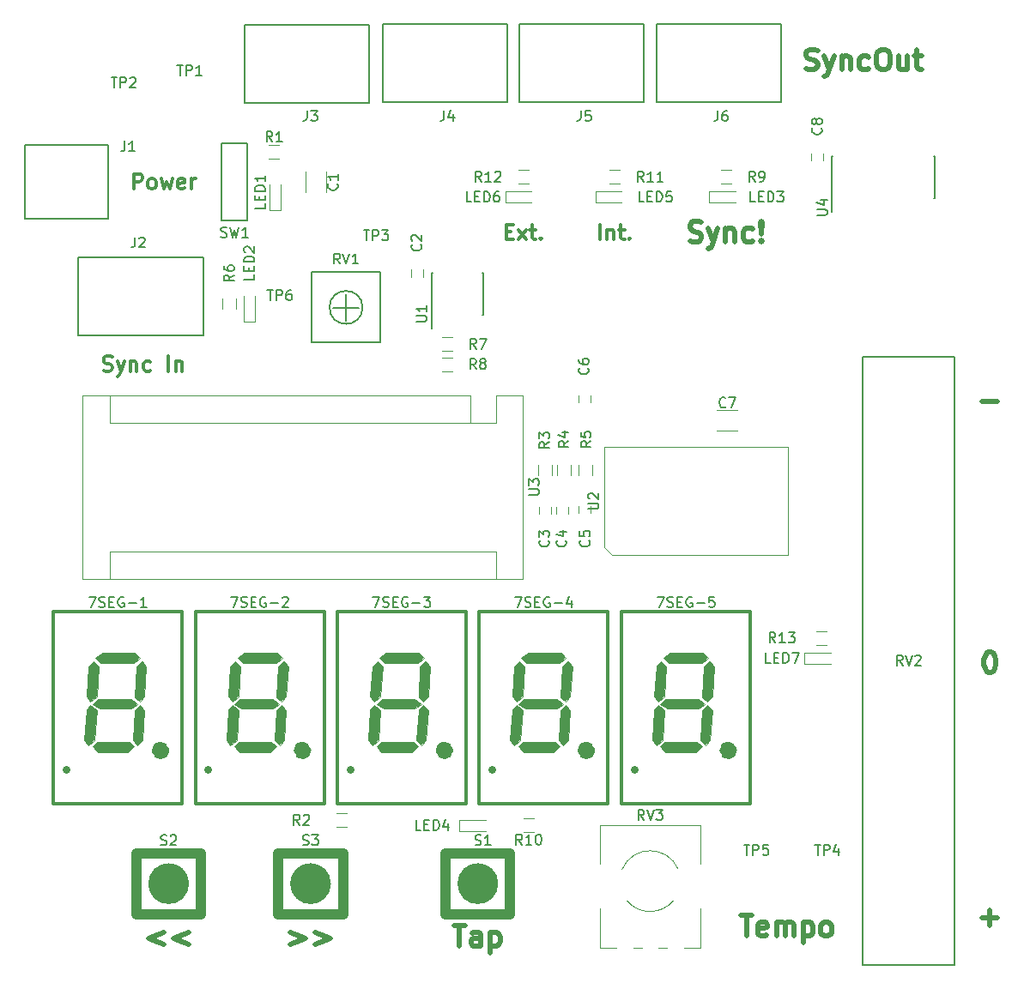
<source format=gto>
G04 #@! TF.GenerationSoftware,KiCad,Pcbnew,5.1.4*
G04 #@! TF.CreationDate,2019-12-03T14:43:41+09:00*
G04 #@! TF.ProjectId,Sync-chan,53796e63-2d63-4686-916e-2e6b69636164,rev?*
G04 #@! TF.SameCoordinates,Original*
G04 #@! TF.FileFunction,Legend,Top*
G04 #@! TF.FilePolarity,Positive*
%FSLAX46Y46*%
G04 Gerber Fmt 4.6, Leading zero omitted, Abs format (unit mm)*
G04 Created by KiCad (PCBNEW 5.1.4) date 2019-12-03 14:43:41*
%MOMM*%
%LPD*%
G04 APERTURE LIST*
%ADD10C,0.375000*%
%ADD11C,0.500000*%
%ADD12C,0.300000*%
%ADD13C,0.100000*%
%ADD14C,1.000000*%
%ADD15C,0.750000*%
%ADD16C,0.120000*%
%ADD17C,2.000000*%
%ADD18C,0.150000*%
%ADD19C,0.200000*%
G04 APERTURE END LIST*
D10*
X116535714Y-69178571D02*
X116535714Y-67678571D01*
X117107142Y-67678571D01*
X117250000Y-67750000D01*
X117321428Y-67821428D01*
X117392857Y-67964285D01*
X117392857Y-68178571D01*
X117321428Y-68321428D01*
X117250000Y-68392857D01*
X117107142Y-68464285D01*
X116535714Y-68464285D01*
X118250000Y-69178571D02*
X118107142Y-69107142D01*
X118035714Y-69035714D01*
X117964285Y-68892857D01*
X117964285Y-68464285D01*
X118035714Y-68321428D01*
X118107142Y-68250000D01*
X118250000Y-68178571D01*
X118464285Y-68178571D01*
X118607142Y-68250000D01*
X118678571Y-68321428D01*
X118750000Y-68464285D01*
X118750000Y-68892857D01*
X118678571Y-69035714D01*
X118607142Y-69107142D01*
X118464285Y-69178571D01*
X118250000Y-69178571D01*
X119250000Y-68178571D02*
X119535714Y-69178571D01*
X119821428Y-68464285D01*
X120107142Y-69178571D01*
X120392857Y-68178571D01*
X121535714Y-69107142D02*
X121392857Y-69178571D01*
X121107142Y-69178571D01*
X120964285Y-69107142D01*
X120892857Y-68964285D01*
X120892857Y-68392857D01*
X120964285Y-68250000D01*
X121107142Y-68178571D01*
X121392857Y-68178571D01*
X121535714Y-68250000D01*
X121607142Y-68392857D01*
X121607142Y-68535714D01*
X120892857Y-68678571D01*
X122250000Y-69178571D02*
X122250000Y-68178571D01*
X122250000Y-68464285D02*
X122321428Y-68321428D01*
X122392857Y-68250000D01*
X122535714Y-68178571D01*
X122678571Y-68178571D01*
X113571428Y-87107142D02*
X113785714Y-87178571D01*
X114142857Y-87178571D01*
X114285714Y-87107142D01*
X114357142Y-87035714D01*
X114428571Y-86892857D01*
X114428571Y-86750000D01*
X114357142Y-86607142D01*
X114285714Y-86535714D01*
X114142857Y-86464285D01*
X113857142Y-86392857D01*
X113714285Y-86321428D01*
X113642857Y-86250000D01*
X113571428Y-86107142D01*
X113571428Y-85964285D01*
X113642857Y-85821428D01*
X113714285Y-85750000D01*
X113857142Y-85678571D01*
X114214285Y-85678571D01*
X114428571Y-85750000D01*
X114928571Y-86178571D02*
X115285714Y-87178571D01*
X115642857Y-86178571D02*
X115285714Y-87178571D01*
X115142857Y-87535714D01*
X115071428Y-87607142D01*
X114928571Y-87678571D01*
X116214285Y-86178571D02*
X116214285Y-87178571D01*
X116214285Y-86321428D02*
X116285714Y-86250000D01*
X116428571Y-86178571D01*
X116642857Y-86178571D01*
X116785714Y-86250000D01*
X116857142Y-86392857D01*
X116857142Y-87178571D01*
X118214285Y-87107142D02*
X118071428Y-87178571D01*
X117785714Y-87178571D01*
X117642857Y-87107142D01*
X117571428Y-87035714D01*
X117500000Y-86892857D01*
X117500000Y-86464285D01*
X117571428Y-86321428D01*
X117642857Y-86250000D01*
X117785714Y-86178571D01*
X118071428Y-86178571D01*
X118214285Y-86250000D01*
X120000000Y-87178571D02*
X120000000Y-85678571D01*
X120714285Y-86178571D02*
X120714285Y-87178571D01*
X120714285Y-86321428D02*
X120785714Y-86250000D01*
X120928571Y-86178571D01*
X121142857Y-86178571D01*
X121285714Y-86250000D01*
X121357142Y-86392857D01*
X121357142Y-87178571D01*
D11*
X182880952Y-57309523D02*
X183166666Y-57404761D01*
X183642857Y-57404761D01*
X183833333Y-57309523D01*
X183928571Y-57214285D01*
X184023809Y-57023809D01*
X184023809Y-56833333D01*
X183928571Y-56642857D01*
X183833333Y-56547619D01*
X183642857Y-56452380D01*
X183261904Y-56357142D01*
X183071428Y-56261904D01*
X182976190Y-56166666D01*
X182880952Y-55976190D01*
X182880952Y-55785714D01*
X182976190Y-55595238D01*
X183071428Y-55500000D01*
X183261904Y-55404761D01*
X183738095Y-55404761D01*
X184023809Y-55500000D01*
X184690476Y-56071428D02*
X185166666Y-57404761D01*
X185642857Y-56071428D02*
X185166666Y-57404761D01*
X184976190Y-57880952D01*
X184880952Y-57976190D01*
X184690476Y-58071428D01*
X186404761Y-56071428D02*
X186404761Y-57404761D01*
X186404761Y-56261904D02*
X186500000Y-56166666D01*
X186690476Y-56071428D01*
X186976190Y-56071428D01*
X187166666Y-56166666D01*
X187261904Y-56357142D01*
X187261904Y-57404761D01*
X189071428Y-57309523D02*
X188880952Y-57404761D01*
X188500000Y-57404761D01*
X188309523Y-57309523D01*
X188214285Y-57214285D01*
X188119047Y-57023809D01*
X188119047Y-56452380D01*
X188214285Y-56261904D01*
X188309523Y-56166666D01*
X188500000Y-56071428D01*
X188880952Y-56071428D01*
X189071428Y-56166666D01*
X190309523Y-55404761D02*
X190690476Y-55404761D01*
X190880952Y-55500000D01*
X191071428Y-55690476D01*
X191166666Y-56071428D01*
X191166666Y-56738095D01*
X191071428Y-57119047D01*
X190880952Y-57309523D01*
X190690476Y-57404761D01*
X190309523Y-57404761D01*
X190119047Y-57309523D01*
X189928571Y-57119047D01*
X189833333Y-56738095D01*
X189833333Y-56071428D01*
X189928571Y-55690476D01*
X190119047Y-55500000D01*
X190309523Y-55404761D01*
X192880952Y-56071428D02*
X192880952Y-57404761D01*
X192023809Y-56071428D02*
X192023809Y-57119047D01*
X192119047Y-57309523D01*
X192309523Y-57404761D01*
X192595238Y-57404761D01*
X192785714Y-57309523D01*
X192880952Y-57214285D01*
X193547619Y-56071428D02*
X194309523Y-56071428D01*
X193833333Y-55404761D02*
X193833333Y-57119047D01*
X193928571Y-57309523D01*
X194119047Y-57404761D01*
X194309523Y-57404761D01*
X171428571Y-74309523D02*
X171714285Y-74404761D01*
X172190476Y-74404761D01*
X172380952Y-74309523D01*
X172476190Y-74214285D01*
X172571428Y-74023809D01*
X172571428Y-73833333D01*
X172476190Y-73642857D01*
X172380952Y-73547619D01*
X172190476Y-73452380D01*
X171809523Y-73357142D01*
X171619047Y-73261904D01*
X171523809Y-73166666D01*
X171428571Y-72976190D01*
X171428571Y-72785714D01*
X171523809Y-72595238D01*
X171619047Y-72500000D01*
X171809523Y-72404761D01*
X172285714Y-72404761D01*
X172571428Y-72500000D01*
X173238095Y-73071428D02*
X173714285Y-74404761D01*
X174190476Y-73071428D02*
X173714285Y-74404761D01*
X173523809Y-74880952D01*
X173428571Y-74976190D01*
X173238095Y-75071428D01*
X174952380Y-73071428D02*
X174952380Y-74404761D01*
X174952380Y-73261904D02*
X175047619Y-73166666D01*
X175238095Y-73071428D01*
X175523809Y-73071428D01*
X175714285Y-73166666D01*
X175809523Y-73357142D01*
X175809523Y-74404761D01*
X177619047Y-74309523D02*
X177428571Y-74404761D01*
X177047619Y-74404761D01*
X176857142Y-74309523D01*
X176761904Y-74214285D01*
X176666666Y-74023809D01*
X176666666Y-73452380D01*
X176761904Y-73261904D01*
X176857142Y-73166666D01*
X177047619Y-73071428D01*
X177428571Y-73071428D01*
X177619047Y-73166666D01*
X178476190Y-74214285D02*
X178571428Y-74309523D01*
X178476190Y-74404761D01*
X178380952Y-74309523D01*
X178476190Y-74214285D01*
X178476190Y-74404761D01*
X178476190Y-73642857D02*
X178380952Y-72500000D01*
X178476190Y-72404761D01*
X178571428Y-72500000D01*
X178476190Y-73642857D01*
X178476190Y-72404761D01*
D12*
X153285714Y-73392857D02*
X153785714Y-73392857D01*
X154000000Y-74178571D02*
X153285714Y-74178571D01*
X153285714Y-72678571D01*
X154000000Y-72678571D01*
X154500000Y-74178571D02*
X155285714Y-73178571D01*
X154500000Y-73178571D02*
X155285714Y-74178571D01*
X155642857Y-73178571D02*
X156214285Y-73178571D01*
X155857142Y-72678571D02*
X155857142Y-73964285D01*
X155928571Y-74107142D01*
X156071428Y-74178571D01*
X156214285Y-74178571D01*
X156714285Y-74035714D02*
X156785714Y-74107142D01*
X156714285Y-74178571D01*
X156642857Y-74107142D01*
X156714285Y-74035714D01*
X156714285Y-74178571D01*
X162535714Y-74178571D02*
X162535714Y-72678571D01*
X163250000Y-73178571D02*
X163250000Y-74178571D01*
X163250000Y-73321428D02*
X163321428Y-73250000D01*
X163464285Y-73178571D01*
X163678571Y-73178571D01*
X163821428Y-73250000D01*
X163892857Y-73392857D01*
X163892857Y-74178571D01*
X164392857Y-73178571D02*
X164964285Y-73178571D01*
X164607142Y-72678571D02*
X164607142Y-73964285D01*
X164678571Y-74107142D01*
X164821428Y-74178571D01*
X164964285Y-74178571D01*
X165464285Y-74035714D02*
X165535714Y-74107142D01*
X165464285Y-74178571D01*
X165392857Y-74107142D01*
X165464285Y-74035714D01*
X165464285Y-74178571D01*
D11*
X200238095Y-90142857D02*
X201761904Y-90142857D01*
X200904761Y-114904761D02*
X201095238Y-114904761D01*
X201285714Y-115000000D01*
X201380952Y-115095238D01*
X201476190Y-115285714D01*
X201571428Y-115666666D01*
X201571428Y-116142857D01*
X201476190Y-116523809D01*
X201380952Y-116714285D01*
X201285714Y-116809523D01*
X201095238Y-116904761D01*
X200904761Y-116904761D01*
X200714285Y-116809523D01*
X200619047Y-116714285D01*
X200523809Y-116523809D01*
X200428571Y-116142857D01*
X200428571Y-115666666D01*
X200523809Y-115285714D01*
X200619047Y-115095238D01*
X200714285Y-115000000D01*
X200904761Y-114904761D01*
X200238095Y-141142857D02*
X201761904Y-141142857D01*
X201000000Y-141904761D02*
X201000000Y-140380952D01*
X176428571Y-140904761D02*
X177571428Y-140904761D01*
X177000000Y-142904761D02*
X177000000Y-140904761D01*
X179000000Y-142809523D02*
X178809523Y-142904761D01*
X178428571Y-142904761D01*
X178238095Y-142809523D01*
X178142857Y-142619047D01*
X178142857Y-141857142D01*
X178238095Y-141666666D01*
X178428571Y-141571428D01*
X178809523Y-141571428D01*
X179000000Y-141666666D01*
X179095238Y-141857142D01*
X179095238Y-142047619D01*
X178142857Y-142238095D01*
X179952380Y-142904761D02*
X179952380Y-141571428D01*
X179952380Y-141761904D02*
X180047619Y-141666666D01*
X180238095Y-141571428D01*
X180523809Y-141571428D01*
X180714285Y-141666666D01*
X180809523Y-141857142D01*
X180809523Y-142904761D01*
X180809523Y-141857142D02*
X180904761Y-141666666D01*
X181095238Y-141571428D01*
X181380952Y-141571428D01*
X181571428Y-141666666D01*
X181666666Y-141857142D01*
X181666666Y-142904761D01*
X182619047Y-141571428D02*
X182619047Y-143571428D01*
X182619047Y-141666666D02*
X182809523Y-141571428D01*
X183190476Y-141571428D01*
X183380952Y-141666666D01*
X183476190Y-141761904D01*
X183571428Y-141952380D01*
X183571428Y-142523809D01*
X183476190Y-142714285D01*
X183380952Y-142809523D01*
X183190476Y-142904761D01*
X182809523Y-142904761D01*
X182619047Y-142809523D01*
X184714285Y-142904761D02*
X184523809Y-142809523D01*
X184428571Y-142714285D01*
X184333333Y-142523809D01*
X184333333Y-141952380D01*
X184428571Y-141761904D01*
X184523809Y-141666666D01*
X184714285Y-141571428D01*
X185000000Y-141571428D01*
X185190476Y-141666666D01*
X185285714Y-141761904D01*
X185380952Y-141952380D01*
X185380952Y-142523809D01*
X185285714Y-142714285D01*
X185190476Y-142809523D01*
X185000000Y-142904761D01*
X184714285Y-142904761D01*
X148119047Y-141904761D02*
X149261904Y-141904761D01*
X148690476Y-143904761D02*
X148690476Y-141904761D01*
X150785714Y-143904761D02*
X150785714Y-142857142D01*
X150690476Y-142666666D01*
X150500000Y-142571428D01*
X150119047Y-142571428D01*
X149928571Y-142666666D01*
X150785714Y-143809523D02*
X150595238Y-143904761D01*
X150119047Y-143904761D01*
X149928571Y-143809523D01*
X149833333Y-143619047D01*
X149833333Y-143428571D01*
X149928571Y-143238095D01*
X150119047Y-143142857D01*
X150595238Y-143142857D01*
X150785714Y-143047619D01*
X151738095Y-142571428D02*
X151738095Y-144571428D01*
X151738095Y-142666666D02*
X151928571Y-142571428D01*
X152309523Y-142571428D01*
X152500000Y-142666666D01*
X152595238Y-142761904D01*
X152690476Y-142952380D01*
X152690476Y-143523809D01*
X152595238Y-143714285D01*
X152500000Y-143809523D01*
X152309523Y-143904761D01*
X151928571Y-143904761D01*
X151738095Y-143809523D01*
X132000000Y-142571428D02*
X133523809Y-143142857D01*
X132000000Y-143714285D01*
X134476190Y-142571428D02*
X136000000Y-143142857D01*
X134476190Y-143714285D01*
X119523809Y-142571428D02*
X118000000Y-143142857D01*
X119523809Y-143714285D01*
X122000000Y-142571428D02*
X120476190Y-143142857D01*
X122000000Y-143714285D01*
D12*
X121350000Y-110880000D02*
X121350000Y-129880000D01*
X121350000Y-110880000D02*
X108650000Y-110880000D01*
X108650000Y-110880000D02*
X108650000Y-129880000D01*
X108650000Y-129880000D02*
X121350000Y-129880000D01*
D13*
G36*
X113500000Y-115000000D02*
G01*
X112800000Y-115500000D01*
X113300000Y-116000000D01*
X116600000Y-116000000D01*
X117200000Y-115500000D01*
X116700000Y-115000000D01*
X113500000Y-115000000D01*
G37*
X113500000Y-115000000D02*
X112800000Y-115500000D01*
X113300000Y-116000000D01*
X116600000Y-116000000D01*
X117200000Y-115500000D01*
X116700000Y-115000000D01*
X113500000Y-115000000D01*
G36*
X111900000Y-119300000D02*
G01*
X112300000Y-119800000D01*
X112900000Y-119300000D01*
X113100000Y-116300000D01*
X112600000Y-115800000D01*
X112100000Y-116300000D01*
X111900000Y-119300000D01*
G37*
X111900000Y-119300000D02*
X112300000Y-119800000D01*
X112900000Y-119300000D01*
X113100000Y-116300000D01*
X112600000Y-115800000D01*
X112100000Y-116300000D01*
X111900000Y-119300000D01*
G36*
X113100000Y-119500000D02*
G01*
X112500000Y-120000000D01*
X113200000Y-120500000D01*
X116300000Y-120500000D01*
X116900000Y-120000000D01*
X116300000Y-119500000D01*
X113100000Y-119500000D01*
G37*
X113100000Y-119500000D02*
X112500000Y-120000000D01*
X113200000Y-120500000D01*
X116300000Y-120500000D01*
X116900000Y-120000000D01*
X116300000Y-119500000D01*
X113100000Y-119500000D01*
G36*
X111700000Y-123600000D02*
G01*
X112100000Y-124100000D01*
X112700000Y-123600000D01*
X112900000Y-120600000D01*
X112300000Y-120100000D01*
X111900000Y-120600000D01*
X111700000Y-123600000D01*
G37*
X111700000Y-123600000D02*
X112100000Y-124100000D01*
X112700000Y-123600000D01*
X112900000Y-120600000D01*
X112300000Y-120100000D01*
X111900000Y-120600000D01*
X111700000Y-123600000D01*
G36*
X113000000Y-123800000D02*
G01*
X112500000Y-124200000D01*
X113000000Y-124800000D01*
X116000000Y-124800000D01*
X116600000Y-124200000D01*
X116150000Y-123800000D01*
X113000000Y-123800000D01*
G37*
X113000000Y-123800000D02*
X112500000Y-124200000D01*
X113000000Y-124800000D01*
X116000000Y-124800000D01*
X116600000Y-124200000D01*
X116150000Y-123800000D01*
X113000000Y-123800000D01*
G36*
X117800000Y-116300000D02*
G01*
X117400000Y-115800000D01*
X116800000Y-116300000D01*
X116650000Y-119400000D01*
X117150000Y-119800000D01*
X117600000Y-119300000D01*
X117800000Y-116300000D01*
G37*
X117800000Y-116300000D02*
X117400000Y-115800000D01*
X116800000Y-116300000D01*
X116650000Y-119400000D01*
X117150000Y-119800000D01*
X117600000Y-119300000D01*
X117800000Y-116300000D01*
G36*
X116450000Y-123600000D02*
G01*
X116950000Y-124100000D01*
X117400000Y-123600000D01*
X117600000Y-120600000D01*
X117150000Y-120100000D01*
X116650000Y-120600000D01*
X116450000Y-123600000D01*
G37*
X116450000Y-123600000D02*
X116950000Y-124100000D01*
X117400000Y-123600000D01*
X117600000Y-120600000D01*
X117150000Y-120100000D01*
X116650000Y-120600000D01*
X116450000Y-123600000D01*
D14*
X119560555Y-124600000D02*
G75*
G03X119560555Y-124600000I-360555J0D01*
G01*
D15*
X109900000Y-126500000D02*
G75*
G03X109900000Y-126500000I0J0D01*
G01*
D16*
X137600000Y-132180000D02*
X136600000Y-132180000D01*
X136600000Y-130820000D02*
X137600000Y-130820000D01*
D15*
X123900000Y-126500000D02*
G75*
G03X123900000Y-126500000I0J0D01*
G01*
D14*
X133560555Y-124600000D02*
G75*
G03X133560555Y-124600000I-360555J0D01*
G01*
D13*
G36*
X130450000Y-123600000D02*
G01*
X130950000Y-124100000D01*
X131400000Y-123600000D01*
X131600000Y-120600000D01*
X131150000Y-120100000D01*
X130650000Y-120600000D01*
X130450000Y-123600000D01*
G37*
X130450000Y-123600000D02*
X130950000Y-124100000D01*
X131400000Y-123600000D01*
X131600000Y-120600000D01*
X131150000Y-120100000D01*
X130650000Y-120600000D01*
X130450000Y-123600000D01*
G36*
X131800000Y-116300000D02*
G01*
X131400000Y-115800000D01*
X130800000Y-116300000D01*
X130650000Y-119400000D01*
X131150000Y-119800000D01*
X131600000Y-119300000D01*
X131800000Y-116300000D01*
G37*
X131800000Y-116300000D02*
X131400000Y-115800000D01*
X130800000Y-116300000D01*
X130650000Y-119400000D01*
X131150000Y-119800000D01*
X131600000Y-119300000D01*
X131800000Y-116300000D01*
G36*
X127000000Y-123800000D02*
G01*
X126500000Y-124200000D01*
X127000000Y-124800000D01*
X130000000Y-124800000D01*
X130600000Y-124200000D01*
X130150000Y-123800000D01*
X127000000Y-123800000D01*
G37*
X127000000Y-123800000D02*
X126500000Y-124200000D01*
X127000000Y-124800000D01*
X130000000Y-124800000D01*
X130600000Y-124200000D01*
X130150000Y-123800000D01*
X127000000Y-123800000D01*
G36*
X125700000Y-123600000D02*
G01*
X126100000Y-124100000D01*
X126700000Y-123600000D01*
X126900000Y-120600000D01*
X126300000Y-120100000D01*
X125900000Y-120600000D01*
X125700000Y-123600000D01*
G37*
X125700000Y-123600000D02*
X126100000Y-124100000D01*
X126700000Y-123600000D01*
X126900000Y-120600000D01*
X126300000Y-120100000D01*
X125900000Y-120600000D01*
X125700000Y-123600000D01*
G36*
X127100000Y-119500000D02*
G01*
X126500000Y-120000000D01*
X127200000Y-120500000D01*
X130300000Y-120500000D01*
X130900000Y-120000000D01*
X130300000Y-119500000D01*
X127100000Y-119500000D01*
G37*
X127100000Y-119500000D02*
X126500000Y-120000000D01*
X127200000Y-120500000D01*
X130300000Y-120500000D01*
X130900000Y-120000000D01*
X130300000Y-119500000D01*
X127100000Y-119500000D01*
G36*
X125900000Y-119300000D02*
G01*
X126300000Y-119800000D01*
X126900000Y-119300000D01*
X127100000Y-116300000D01*
X126600000Y-115800000D01*
X126100000Y-116300000D01*
X125900000Y-119300000D01*
G37*
X125900000Y-119300000D02*
X126300000Y-119800000D01*
X126900000Y-119300000D01*
X127100000Y-116300000D01*
X126600000Y-115800000D01*
X126100000Y-116300000D01*
X125900000Y-119300000D01*
G36*
X127500000Y-115000000D02*
G01*
X126800000Y-115500000D01*
X127300000Y-116000000D01*
X130600000Y-116000000D01*
X131200000Y-115500000D01*
X130700000Y-115000000D01*
X127500000Y-115000000D01*
G37*
X127500000Y-115000000D02*
X126800000Y-115500000D01*
X127300000Y-116000000D01*
X130600000Y-116000000D01*
X131200000Y-115500000D01*
X130700000Y-115000000D01*
X127500000Y-115000000D01*
D12*
X122650000Y-129880000D02*
X135350000Y-129880000D01*
X122650000Y-110880000D02*
X122650000Y-129880000D01*
X135350000Y-110880000D02*
X122650000Y-110880000D01*
X135350000Y-110880000D02*
X135350000Y-129880000D01*
D15*
X165900000Y-126500000D02*
G75*
G03X165900000Y-126500000I0J0D01*
G01*
D14*
X175560555Y-124600000D02*
G75*
G03X175560555Y-124600000I-360555J0D01*
G01*
D13*
G36*
X172450000Y-123600000D02*
G01*
X172950000Y-124100000D01*
X173400000Y-123600000D01*
X173600000Y-120600000D01*
X173150000Y-120100000D01*
X172650000Y-120600000D01*
X172450000Y-123600000D01*
G37*
X172450000Y-123600000D02*
X172950000Y-124100000D01*
X173400000Y-123600000D01*
X173600000Y-120600000D01*
X173150000Y-120100000D01*
X172650000Y-120600000D01*
X172450000Y-123600000D01*
G36*
X173800000Y-116300000D02*
G01*
X173400000Y-115800000D01*
X172800000Y-116300000D01*
X172650000Y-119400000D01*
X173150000Y-119800000D01*
X173600000Y-119300000D01*
X173800000Y-116300000D01*
G37*
X173800000Y-116300000D02*
X173400000Y-115800000D01*
X172800000Y-116300000D01*
X172650000Y-119400000D01*
X173150000Y-119800000D01*
X173600000Y-119300000D01*
X173800000Y-116300000D01*
G36*
X169000000Y-123800000D02*
G01*
X168500000Y-124200000D01*
X169000000Y-124800000D01*
X172000000Y-124800000D01*
X172600000Y-124200000D01*
X172150000Y-123800000D01*
X169000000Y-123800000D01*
G37*
X169000000Y-123800000D02*
X168500000Y-124200000D01*
X169000000Y-124800000D01*
X172000000Y-124800000D01*
X172600000Y-124200000D01*
X172150000Y-123800000D01*
X169000000Y-123800000D01*
G36*
X167700000Y-123600000D02*
G01*
X168100000Y-124100000D01*
X168700000Y-123600000D01*
X168900000Y-120600000D01*
X168300000Y-120100000D01*
X167900000Y-120600000D01*
X167700000Y-123600000D01*
G37*
X167700000Y-123600000D02*
X168100000Y-124100000D01*
X168700000Y-123600000D01*
X168900000Y-120600000D01*
X168300000Y-120100000D01*
X167900000Y-120600000D01*
X167700000Y-123600000D01*
G36*
X169100000Y-119500000D02*
G01*
X168500000Y-120000000D01*
X169200000Y-120500000D01*
X172300000Y-120500000D01*
X172900000Y-120000000D01*
X172300000Y-119500000D01*
X169100000Y-119500000D01*
G37*
X169100000Y-119500000D02*
X168500000Y-120000000D01*
X169200000Y-120500000D01*
X172300000Y-120500000D01*
X172900000Y-120000000D01*
X172300000Y-119500000D01*
X169100000Y-119500000D01*
G36*
X167900000Y-119300000D02*
G01*
X168300000Y-119800000D01*
X168900000Y-119300000D01*
X169100000Y-116300000D01*
X168600000Y-115800000D01*
X168100000Y-116300000D01*
X167900000Y-119300000D01*
G37*
X167900000Y-119300000D02*
X168300000Y-119800000D01*
X168900000Y-119300000D01*
X169100000Y-116300000D01*
X168600000Y-115800000D01*
X168100000Y-116300000D01*
X167900000Y-119300000D01*
G36*
X169500000Y-115000000D02*
G01*
X168800000Y-115500000D01*
X169300000Y-116000000D01*
X172600000Y-116000000D01*
X173200000Y-115500000D01*
X172700000Y-115000000D01*
X169500000Y-115000000D01*
G37*
X169500000Y-115000000D02*
X168800000Y-115500000D01*
X169300000Y-116000000D01*
X172600000Y-116000000D01*
X173200000Y-115500000D01*
X172700000Y-115000000D01*
X169500000Y-115000000D01*
D12*
X164650000Y-129880000D02*
X177350000Y-129880000D01*
X164650000Y-110880000D02*
X164650000Y-129880000D01*
X177350000Y-110880000D02*
X164650000Y-110880000D01*
X177350000Y-110880000D02*
X177350000Y-129880000D01*
D16*
X148700000Y-131450000D02*
X148700000Y-132550000D01*
X148700000Y-132550000D02*
X151300000Y-132550000D01*
X148700000Y-131450000D02*
X151300000Y-131450000D01*
X162100000Y-69450000D02*
X164700000Y-69450000D01*
X162100000Y-70550000D02*
X164700000Y-70550000D01*
X162100000Y-69450000D02*
X162100000Y-70550000D01*
X153200000Y-69450000D02*
X153200000Y-70550000D01*
X153200000Y-70550000D02*
X155800000Y-70550000D01*
X153200000Y-69450000D02*
X155800000Y-69450000D01*
D14*
X147300000Y-134750000D02*
X147300000Y-137750000D01*
X153700000Y-134750000D02*
X147300000Y-134750000D01*
X153700000Y-140800000D02*
X153700000Y-134750000D01*
X147300000Y-140800000D02*
X153700000Y-140800000D01*
X147300000Y-137750000D02*
X147300000Y-140800000D01*
D17*
X151500000Y-137750000D02*
G75*
G03X151500000Y-137750000I-1000000J0D01*
G01*
X121000000Y-137750000D02*
G75*
G03X121000000Y-137750000I-1000000J0D01*
G01*
D14*
X116800000Y-137750000D02*
X116800000Y-140800000D01*
X116800000Y-140800000D02*
X123200000Y-140800000D01*
X123200000Y-140800000D02*
X123200000Y-134750000D01*
X123200000Y-134750000D02*
X116800000Y-134750000D01*
X116800000Y-134750000D02*
X116800000Y-137750000D01*
D17*
X135000000Y-137750000D02*
G75*
G03X135000000Y-137750000I-1000000J0D01*
G01*
D14*
X130800000Y-137750000D02*
X130800000Y-140800000D01*
X130800000Y-140800000D02*
X137200000Y-140800000D01*
X137200000Y-140800000D02*
X137200000Y-134750000D01*
X137200000Y-134750000D02*
X130800000Y-134750000D01*
X130800000Y-134750000D02*
X130800000Y-137750000D01*
D16*
X163745000Y-105350000D02*
X162945000Y-104550000D01*
X162945000Y-104550000D02*
X162945000Y-94650000D01*
X162945000Y-94650000D02*
X181055000Y-94650000D01*
X181055000Y-94650000D02*
X181055000Y-105350000D01*
X181055000Y-105350000D02*
X163745000Y-105350000D01*
D12*
X149350000Y-110880000D02*
X149350000Y-129880000D01*
X149350000Y-110880000D02*
X136650000Y-110880000D01*
X136650000Y-110880000D02*
X136650000Y-129880000D01*
X136650000Y-129880000D02*
X149350000Y-129880000D01*
D13*
G36*
X141500000Y-115000000D02*
G01*
X140800000Y-115500000D01*
X141300000Y-116000000D01*
X144600000Y-116000000D01*
X145200000Y-115500000D01*
X144700000Y-115000000D01*
X141500000Y-115000000D01*
G37*
X141500000Y-115000000D02*
X140800000Y-115500000D01*
X141300000Y-116000000D01*
X144600000Y-116000000D01*
X145200000Y-115500000D01*
X144700000Y-115000000D01*
X141500000Y-115000000D01*
G36*
X139900000Y-119300000D02*
G01*
X140300000Y-119800000D01*
X140900000Y-119300000D01*
X141100000Y-116300000D01*
X140600000Y-115800000D01*
X140100000Y-116300000D01*
X139900000Y-119300000D01*
G37*
X139900000Y-119300000D02*
X140300000Y-119800000D01*
X140900000Y-119300000D01*
X141100000Y-116300000D01*
X140600000Y-115800000D01*
X140100000Y-116300000D01*
X139900000Y-119300000D01*
G36*
X141100000Y-119500000D02*
G01*
X140500000Y-120000000D01*
X141200000Y-120500000D01*
X144300000Y-120500000D01*
X144900000Y-120000000D01*
X144300000Y-119500000D01*
X141100000Y-119500000D01*
G37*
X141100000Y-119500000D02*
X140500000Y-120000000D01*
X141200000Y-120500000D01*
X144300000Y-120500000D01*
X144900000Y-120000000D01*
X144300000Y-119500000D01*
X141100000Y-119500000D01*
G36*
X139700000Y-123600000D02*
G01*
X140100000Y-124100000D01*
X140700000Y-123600000D01*
X140900000Y-120600000D01*
X140300000Y-120100000D01*
X139900000Y-120600000D01*
X139700000Y-123600000D01*
G37*
X139700000Y-123600000D02*
X140100000Y-124100000D01*
X140700000Y-123600000D01*
X140900000Y-120600000D01*
X140300000Y-120100000D01*
X139900000Y-120600000D01*
X139700000Y-123600000D01*
G36*
X141000000Y-123800000D02*
G01*
X140500000Y-124200000D01*
X141000000Y-124800000D01*
X144000000Y-124800000D01*
X144600000Y-124200000D01*
X144150000Y-123800000D01*
X141000000Y-123800000D01*
G37*
X141000000Y-123800000D02*
X140500000Y-124200000D01*
X141000000Y-124800000D01*
X144000000Y-124800000D01*
X144600000Y-124200000D01*
X144150000Y-123800000D01*
X141000000Y-123800000D01*
G36*
X145800000Y-116300000D02*
G01*
X145400000Y-115800000D01*
X144800000Y-116300000D01*
X144650000Y-119400000D01*
X145150000Y-119800000D01*
X145600000Y-119300000D01*
X145800000Y-116300000D01*
G37*
X145800000Y-116300000D02*
X145400000Y-115800000D01*
X144800000Y-116300000D01*
X144650000Y-119400000D01*
X145150000Y-119800000D01*
X145600000Y-119300000D01*
X145800000Y-116300000D01*
G36*
X144450000Y-123600000D02*
G01*
X144950000Y-124100000D01*
X145400000Y-123600000D01*
X145600000Y-120600000D01*
X145150000Y-120100000D01*
X144650000Y-120600000D01*
X144450000Y-123600000D01*
G37*
X144450000Y-123600000D02*
X144950000Y-124100000D01*
X145400000Y-123600000D01*
X145600000Y-120600000D01*
X145150000Y-120100000D01*
X144650000Y-120600000D01*
X144450000Y-123600000D01*
D14*
X147560555Y-124600000D02*
G75*
G03X147560555Y-124600000I-360555J0D01*
G01*
D15*
X137900000Y-126500000D02*
G75*
G03X137900000Y-126500000I0J0D01*
G01*
X151900000Y-126500000D02*
G75*
G03X151900000Y-126500000I0J0D01*
G01*
D14*
X161560555Y-124600000D02*
G75*
G03X161560555Y-124600000I-360555J0D01*
G01*
D13*
G36*
X158450000Y-123600000D02*
G01*
X158950000Y-124100000D01*
X159400000Y-123600000D01*
X159600000Y-120600000D01*
X159150000Y-120100000D01*
X158650000Y-120600000D01*
X158450000Y-123600000D01*
G37*
X158450000Y-123600000D02*
X158950000Y-124100000D01*
X159400000Y-123600000D01*
X159600000Y-120600000D01*
X159150000Y-120100000D01*
X158650000Y-120600000D01*
X158450000Y-123600000D01*
G36*
X159800000Y-116300000D02*
G01*
X159400000Y-115800000D01*
X158800000Y-116300000D01*
X158650000Y-119400000D01*
X159150000Y-119800000D01*
X159600000Y-119300000D01*
X159800000Y-116300000D01*
G37*
X159800000Y-116300000D02*
X159400000Y-115800000D01*
X158800000Y-116300000D01*
X158650000Y-119400000D01*
X159150000Y-119800000D01*
X159600000Y-119300000D01*
X159800000Y-116300000D01*
G36*
X155000000Y-123800000D02*
G01*
X154500000Y-124200000D01*
X155000000Y-124800000D01*
X158000000Y-124800000D01*
X158600000Y-124200000D01*
X158150000Y-123800000D01*
X155000000Y-123800000D01*
G37*
X155000000Y-123800000D02*
X154500000Y-124200000D01*
X155000000Y-124800000D01*
X158000000Y-124800000D01*
X158600000Y-124200000D01*
X158150000Y-123800000D01*
X155000000Y-123800000D01*
G36*
X153700000Y-123600000D02*
G01*
X154100000Y-124100000D01*
X154700000Y-123600000D01*
X154900000Y-120600000D01*
X154300000Y-120100000D01*
X153900000Y-120600000D01*
X153700000Y-123600000D01*
G37*
X153700000Y-123600000D02*
X154100000Y-124100000D01*
X154700000Y-123600000D01*
X154900000Y-120600000D01*
X154300000Y-120100000D01*
X153900000Y-120600000D01*
X153700000Y-123600000D01*
G36*
X155100000Y-119500000D02*
G01*
X154500000Y-120000000D01*
X155200000Y-120500000D01*
X158300000Y-120500000D01*
X158900000Y-120000000D01*
X158300000Y-119500000D01*
X155100000Y-119500000D01*
G37*
X155100000Y-119500000D02*
X154500000Y-120000000D01*
X155200000Y-120500000D01*
X158300000Y-120500000D01*
X158900000Y-120000000D01*
X158300000Y-119500000D01*
X155100000Y-119500000D01*
G36*
X153900000Y-119300000D02*
G01*
X154300000Y-119800000D01*
X154900000Y-119300000D01*
X155100000Y-116300000D01*
X154600000Y-115800000D01*
X154100000Y-116300000D01*
X153900000Y-119300000D01*
G37*
X153900000Y-119300000D02*
X154300000Y-119800000D01*
X154900000Y-119300000D01*
X155100000Y-116300000D01*
X154600000Y-115800000D01*
X154100000Y-116300000D01*
X153900000Y-119300000D01*
G36*
X155500000Y-115000000D02*
G01*
X154800000Y-115500000D01*
X155300000Y-116000000D01*
X158600000Y-116000000D01*
X159200000Y-115500000D01*
X158700000Y-115000000D01*
X155500000Y-115000000D01*
G37*
X155500000Y-115000000D02*
X154800000Y-115500000D01*
X155300000Y-116000000D01*
X158600000Y-116000000D01*
X159200000Y-115500000D01*
X158700000Y-115000000D01*
X155500000Y-115000000D01*
D12*
X150650000Y-129880000D02*
X163350000Y-129880000D01*
X150650000Y-110880000D02*
X150650000Y-129880000D01*
X163350000Y-110880000D02*
X150650000Y-110880000D01*
X163350000Y-110880000D02*
X163350000Y-129880000D01*
D16*
X133480000Y-67500000D02*
X133480000Y-69500000D01*
X135520000Y-69500000D02*
X135520000Y-67500000D01*
X145100000Y-77150000D02*
X145100000Y-77850000D01*
X143900000Y-77850000D02*
X143900000Y-77150000D01*
X156500000Y-101250000D02*
X156500000Y-100550000D01*
X157700000Y-100550000D02*
X157700000Y-101250000D01*
X158200000Y-101250000D02*
X158200000Y-100550000D01*
X159400000Y-100550000D02*
X159400000Y-101250000D01*
X161600000Y-100500000D02*
X161600000Y-101200000D01*
X160400000Y-101200000D02*
X160400000Y-100500000D01*
X160400000Y-90250000D02*
X160400000Y-89550000D01*
X161600000Y-89550000D02*
X161600000Y-90250000D01*
X176100000Y-91030000D02*
X174100000Y-91030000D01*
X174100000Y-93070000D02*
X176100000Y-93070000D01*
X183400000Y-66350000D02*
X183400000Y-65650000D01*
X184600000Y-65650000D02*
X184600000Y-66350000D01*
D18*
X114000000Y-68500000D02*
X114000000Y-64850000D01*
X114000000Y-68500000D02*
X114000000Y-72150000D01*
X114000000Y-72150000D02*
X105850000Y-72150000D01*
X105850000Y-72150000D02*
X105850000Y-64840000D01*
X105850000Y-64840000D02*
X114000000Y-64840000D01*
X111100000Y-83600000D02*
X111100000Y-75900000D01*
X123400000Y-83600000D02*
X111100000Y-83600000D01*
X123400000Y-75900000D02*
X123400000Y-83600000D01*
X111100000Y-75900000D02*
X123400000Y-75900000D01*
X127510000Y-52950000D02*
X139810000Y-52950000D01*
X139810000Y-52950000D02*
X139810000Y-60650000D01*
X139810000Y-60650000D02*
X127510000Y-60650000D01*
X127510000Y-60650000D02*
X127510000Y-52950000D01*
X141100000Y-52900000D02*
X153400000Y-52900000D01*
X153400000Y-52900000D02*
X153400000Y-60600000D01*
X153400000Y-60600000D02*
X141100000Y-60600000D01*
X141100000Y-60600000D02*
X141100000Y-52900000D01*
X154600000Y-60600000D02*
X154600000Y-52900000D01*
X166900000Y-60600000D02*
X154600000Y-60600000D01*
X166900000Y-52900000D02*
X166900000Y-60600000D01*
X154600000Y-52900000D02*
X166900000Y-52900000D01*
X168100000Y-52900000D02*
X180400000Y-52900000D01*
X180400000Y-52900000D02*
X180400000Y-60600000D01*
X180400000Y-60600000D02*
X168100000Y-60600000D01*
X168100000Y-60600000D02*
X168100000Y-52900000D01*
D16*
X129950000Y-71300000D02*
X131050000Y-71300000D01*
X131050000Y-71300000D02*
X131050000Y-68700000D01*
X129950000Y-71300000D02*
X129950000Y-68700000D01*
X127450000Y-82300000D02*
X127450000Y-79700000D01*
X128550000Y-82300000D02*
X128550000Y-79700000D01*
X127450000Y-82300000D02*
X128550000Y-82300000D01*
X173300000Y-69450000D02*
X175900000Y-69450000D01*
X173300000Y-70550000D02*
X175900000Y-70550000D01*
X173300000Y-69450000D02*
X173300000Y-70550000D01*
X182700000Y-114950000D02*
X182700000Y-116050000D01*
X182700000Y-116050000D02*
X185300000Y-116050000D01*
X182700000Y-114950000D02*
X185300000Y-114950000D01*
X130900000Y-66180000D02*
X129900000Y-66180000D01*
X129900000Y-64820000D02*
X130900000Y-64820000D01*
X157780000Y-96400000D02*
X157780000Y-97400000D01*
X156420000Y-97400000D02*
X156420000Y-96400000D01*
X159680000Y-96400000D02*
X159680000Y-97400000D01*
X158320000Y-97400000D02*
X158320000Y-96400000D01*
X160420000Y-97400000D02*
X160420000Y-96400000D01*
X161780000Y-96400000D02*
X161780000Y-97400000D01*
X125320000Y-81000000D02*
X125320000Y-80000000D01*
X126680000Y-80000000D02*
X126680000Y-81000000D01*
X147000000Y-83820000D02*
X148000000Y-83820000D01*
X148000000Y-85180000D02*
X147000000Y-85180000D01*
X148000000Y-87180000D02*
X147000000Y-87180000D01*
X147000000Y-85820000D02*
X148000000Y-85820000D01*
X174500000Y-67320000D02*
X175500000Y-67320000D01*
X175500000Y-68680000D02*
X174500000Y-68680000D01*
X155000000Y-131320000D02*
X156000000Y-131320000D01*
X156000000Y-132680000D02*
X155000000Y-132680000D01*
X164500000Y-68680000D02*
X163500000Y-68680000D01*
X163500000Y-67320000D02*
X164500000Y-67320000D01*
X154500000Y-67320000D02*
X155500000Y-67320000D01*
X155500000Y-68680000D02*
X154500000Y-68680000D01*
X183900000Y-112820000D02*
X184900000Y-112820000D01*
X184900000Y-114180000D02*
X183900000Y-114180000D01*
D18*
X193000000Y-145750000D02*
X197500000Y-145750000D01*
X197500000Y-145750000D02*
X197500000Y-85750000D01*
X197500000Y-85750000D02*
X188500000Y-85750000D01*
X188500000Y-85750000D02*
X188500000Y-145750000D01*
X188500000Y-145750000D02*
X193000000Y-145750000D01*
D16*
X164737568Y-136328018D02*
G75*
G02X170262000Y-136327000I2762432J-1171982D01*
G01*
X169797753Y-139428295D02*
G75*
G02X165202000Y-139428000I-2297753J1928295D01*
G01*
X162539000Y-144060000D02*
X162539000Y-140194000D01*
X162539000Y-135805000D02*
X162539000Y-131940000D01*
X172460000Y-144060000D02*
X172460000Y-140194000D01*
X172460000Y-135805000D02*
X172460000Y-131940000D01*
X162539000Y-144060000D02*
X164175000Y-144060000D01*
X165825000Y-144060000D02*
X166675000Y-144060000D01*
X168325000Y-144060000D02*
X169175000Y-144060000D01*
X170825000Y-144060000D02*
X172460000Y-144060000D01*
X162539000Y-131940000D02*
X172460000Y-131940000D01*
D18*
X125230000Y-64690000D02*
X127770000Y-64690000D01*
X127770000Y-64690000D02*
X127770000Y-72310000D01*
X127770000Y-72310000D02*
X125230000Y-72310000D01*
X125230000Y-72310000D02*
X125230000Y-64690000D01*
X145975000Y-81575000D02*
X145975000Y-82975000D01*
X151075000Y-81575000D02*
X151075000Y-77425000D01*
X145925000Y-81575000D02*
X145925000Y-77425000D01*
X151075000Y-81575000D02*
X150930000Y-81575000D01*
X151075000Y-77425000D02*
X150930000Y-77425000D01*
X145925000Y-77425000D02*
X146070000Y-77425000D01*
X145925000Y-81575000D02*
X145975000Y-81575000D01*
D16*
X154940000Y-107640000D02*
X154940000Y-89600000D01*
X111500000Y-107640000D02*
X154940000Y-107640000D01*
X111500000Y-89600000D02*
X111500000Y-107640000D01*
X114170000Y-92270000D02*
X114170000Y-89600000D01*
X149730000Y-92270000D02*
X114170000Y-92270000D01*
X149730000Y-92270000D02*
X149730000Y-89600000D01*
X114170000Y-104970000D02*
X114170000Y-107640000D01*
X152270000Y-104970000D02*
X114170000Y-104970000D01*
X152270000Y-104970000D02*
X152270000Y-107640000D01*
X154940000Y-89600000D02*
X152270000Y-89600000D01*
X149730000Y-89600000D02*
X111500000Y-89600000D01*
X152270000Y-92270000D02*
X152270000Y-89600000D01*
X149730000Y-92270000D02*
X152270000Y-92270000D01*
D18*
X185450000Y-70075000D02*
X185450000Y-71450000D01*
X195575000Y-70075000D02*
X195575000Y-65925000D01*
X185425000Y-70075000D02*
X185425000Y-65925000D01*
X195575000Y-70075000D02*
X195470000Y-70075000D01*
X195575000Y-65925000D02*
X195470000Y-65925000D01*
X185425000Y-65925000D02*
X185530000Y-65925000D01*
X185425000Y-70075000D02*
X185450000Y-70075000D01*
D19*
X140900000Y-84300000D02*
X140900000Y-77400000D01*
X140900000Y-77400000D02*
X134100000Y-77400000D01*
X134100000Y-77400000D02*
X134100000Y-84300000D01*
X134100000Y-84300000D02*
X140900000Y-84300000D01*
D18*
X139127882Y-80872118D02*
G75*
G03X139127882Y-80872118I-1627882J0D01*
G01*
X136200000Y-80900000D02*
X138800000Y-80900000D01*
X137500000Y-79600000D02*
X137500000Y-82200000D01*
X112142857Y-109452380D02*
X112809523Y-109452380D01*
X112380952Y-110452380D01*
X113142857Y-110404761D02*
X113285714Y-110452380D01*
X113523809Y-110452380D01*
X113619047Y-110404761D01*
X113666666Y-110357142D01*
X113714285Y-110261904D01*
X113714285Y-110166666D01*
X113666666Y-110071428D01*
X113619047Y-110023809D01*
X113523809Y-109976190D01*
X113333333Y-109928571D01*
X113238095Y-109880952D01*
X113190476Y-109833333D01*
X113142857Y-109738095D01*
X113142857Y-109642857D01*
X113190476Y-109547619D01*
X113238095Y-109500000D01*
X113333333Y-109452380D01*
X113571428Y-109452380D01*
X113714285Y-109500000D01*
X114142857Y-109928571D02*
X114476190Y-109928571D01*
X114619047Y-110452380D02*
X114142857Y-110452380D01*
X114142857Y-109452380D01*
X114619047Y-109452380D01*
X115571428Y-109500000D02*
X115476190Y-109452380D01*
X115333333Y-109452380D01*
X115190476Y-109500000D01*
X115095238Y-109595238D01*
X115047619Y-109690476D01*
X115000000Y-109880952D01*
X115000000Y-110023809D01*
X115047619Y-110214285D01*
X115095238Y-110309523D01*
X115190476Y-110404761D01*
X115333333Y-110452380D01*
X115428571Y-110452380D01*
X115571428Y-110404761D01*
X115619047Y-110357142D01*
X115619047Y-110023809D01*
X115428571Y-110023809D01*
X116047619Y-110071428D02*
X116809523Y-110071428D01*
X117809523Y-110452380D02*
X117238095Y-110452380D01*
X117523809Y-110452380D02*
X117523809Y-109452380D01*
X117428571Y-109595238D01*
X117333333Y-109690476D01*
X117238095Y-109738095D01*
X132933333Y-131952380D02*
X132600000Y-131476190D01*
X132361904Y-131952380D02*
X132361904Y-130952380D01*
X132742857Y-130952380D01*
X132838095Y-131000000D01*
X132885714Y-131047619D01*
X132933333Y-131142857D01*
X132933333Y-131285714D01*
X132885714Y-131380952D01*
X132838095Y-131428571D01*
X132742857Y-131476190D01*
X132361904Y-131476190D01*
X133314285Y-131047619D02*
X133361904Y-131000000D01*
X133457142Y-130952380D01*
X133695238Y-130952380D01*
X133790476Y-131000000D01*
X133838095Y-131047619D01*
X133885714Y-131142857D01*
X133885714Y-131238095D01*
X133838095Y-131380952D01*
X133266666Y-131952380D01*
X133885714Y-131952380D01*
X126142857Y-109452380D02*
X126809523Y-109452380D01*
X126380952Y-110452380D01*
X127142857Y-110404761D02*
X127285714Y-110452380D01*
X127523809Y-110452380D01*
X127619047Y-110404761D01*
X127666666Y-110357142D01*
X127714285Y-110261904D01*
X127714285Y-110166666D01*
X127666666Y-110071428D01*
X127619047Y-110023809D01*
X127523809Y-109976190D01*
X127333333Y-109928571D01*
X127238095Y-109880952D01*
X127190476Y-109833333D01*
X127142857Y-109738095D01*
X127142857Y-109642857D01*
X127190476Y-109547619D01*
X127238095Y-109500000D01*
X127333333Y-109452380D01*
X127571428Y-109452380D01*
X127714285Y-109500000D01*
X128142857Y-109928571D02*
X128476190Y-109928571D01*
X128619047Y-110452380D02*
X128142857Y-110452380D01*
X128142857Y-109452380D01*
X128619047Y-109452380D01*
X129571428Y-109500000D02*
X129476190Y-109452380D01*
X129333333Y-109452380D01*
X129190476Y-109500000D01*
X129095238Y-109595238D01*
X129047619Y-109690476D01*
X129000000Y-109880952D01*
X129000000Y-110023809D01*
X129047619Y-110214285D01*
X129095238Y-110309523D01*
X129190476Y-110404761D01*
X129333333Y-110452380D01*
X129428571Y-110452380D01*
X129571428Y-110404761D01*
X129619047Y-110357142D01*
X129619047Y-110023809D01*
X129428571Y-110023809D01*
X130047619Y-110071428D02*
X130809523Y-110071428D01*
X131238095Y-109547619D02*
X131285714Y-109500000D01*
X131380952Y-109452380D01*
X131619047Y-109452380D01*
X131714285Y-109500000D01*
X131761904Y-109547619D01*
X131809523Y-109642857D01*
X131809523Y-109738095D01*
X131761904Y-109880952D01*
X131190476Y-110452380D01*
X131809523Y-110452380D01*
X168192857Y-109452380D02*
X168859523Y-109452380D01*
X168430952Y-110452380D01*
X169192857Y-110404761D02*
X169335714Y-110452380D01*
X169573809Y-110452380D01*
X169669047Y-110404761D01*
X169716666Y-110357142D01*
X169764285Y-110261904D01*
X169764285Y-110166666D01*
X169716666Y-110071428D01*
X169669047Y-110023809D01*
X169573809Y-109976190D01*
X169383333Y-109928571D01*
X169288095Y-109880952D01*
X169240476Y-109833333D01*
X169192857Y-109738095D01*
X169192857Y-109642857D01*
X169240476Y-109547619D01*
X169288095Y-109500000D01*
X169383333Y-109452380D01*
X169621428Y-109452380D01*
X169764285Y-109500000D01*
X170192857Y-109928571D02*
X170526190Y-109928571D01*
X170669047Y-110452380D02*
X170192857Y-110452380D01*
X170192857Y-109452380D01*
X170669047Y-109452380D01*
X171621428Y-109500000D02*
X171526190Y-109452380D01*
X171383333Y-109452380D01*
X171240476Y-109500000D01*
X171145238Y-109595238D01*
X171097619Y-109690476D01*
X171050000Y-109880952D01*
X171050000Y-110023809D01*
X171097619Y-110214285D01*
X171145238Y-110309523D01*
X171240476Y-110404761D01*
X171383333Y-110452380D01*
X171478571Y-110452380D01*
X171621428Y-110404761D01*
X171669047Y-110357142D01*
X171669047Y-110023809D01*
X171478571Y-110023809D01*
X172097619Y-110071428D02*
X172859523Y-110071428D01*
X173811904Y-109452380D02*
X173335714Y-109452380D01*
X173288095Y-109928571D01*
X173335714Y-109880952D01*
X173430952Y-109833333D01*
X173669047Y-109833333D01*
X173764285Y-109880952D01*
X173811904Y-109928571D01*
X173859523Y-110023809D01*
X173859523Y-110261904D01*
X173811904Y-110357142D01*
X173764285Y-110404761D01*
X173669047Y-110452380D01*
X173430952Y-110452380D01*
X173335714Y-110404761D01*
X173288095Y-110357142D01*
X144880952Y-132452380D02*
X144404761Y-132452380D01*
X144404761Y-131452380D01*
X145214285Y-131928571D02*
X145547619Y-131928571D01*
X145690476Y-132452380D02*
X145214285Y-132452380D01*
X145214285Y-131452380D01*
X145690476Y-131452380D01*
X146119047Y-132452380D02*
X146119047Y-131452380D01*
X146357142Y-131452380D01*
X146500000Y-131500000D01*
X146595238Y-131595238D01*
X146642857Y-131690476D01*
X146690476Y-131880952D01*
X146690476Y-132023809D01*
X146642857Y-132214285D01*
X146595238Y-132309523D01*
X146500000Y-132404761D01*
X146357142Y-132452380D01*
X146119047Y-132452380D01*
X147547619Y-131785714D02*
X147547619Y-132452380D01*
X147309523Y-131404761D02*
X147071428Y-132119047D01*
X147690476Y-132119047D01*
X166880952Y-70452380D02*
X166404761Y-70452380D01*
X166404761Y-69452380D01*
X167214285Y-69928571D02*
X167547619Y-69928571D01*
X167690476Y-70452380D02*
X167214285Y-70452380D01*
X167214285Y-69452380D01*
X167690476Y-69452380D01*
X168119047Y-70452380D02*
X168119047Y-69452380D01*
X168357142Y-69452380D01*
X168500000Y-69500000D01*
X168595238Y-69595238D01*
X168642857Y-69690476D01*
X168690476Y-69880952D01*
X168690476Y-70023809D01*
X168642857Y-70214285D01*
X168595238Y-70309523D01*
X168500000Y-70404761D01*
X168357142Y-70452380D01*
X168119047Y-70452380D01*
X169595238Y-69452380D02*
X169119047Y-69452380D01*
X169071428Y-69928571D01*
X169119047Y-69880952D01*
X169214285Y-69833333D01*
X169452380Y-69833333D01*
X169547619Y-69880952D01*
X169595238Y-69928571D01*
X169642857Y-70023809D01*
X169642857Y-70261904D01*
X169595238Y-70357142D01*
X169547619Y-70404761D01*
X169452380Y-70452380D01*
X169214285Y-70452380D01*
X169119047Y-70404761D01*
X169071428Y-70357142D01*
X149880952Y-70452380D02*
X149404761Y-70452380D01*
X149404761Y-69452380D01*
X150214285Y-69928571D02*
X150547619Y-69928571D01*
X150690476Y-70452380D02*
X150214285Y-70452380D01*
X150214285Y-69452380D01*
X150690476Y-69452380D01*
X151119047Y-70452380D02*
X151119047Y-69452380D01*
X151357142Y-69452380D01*
X151500000Y-69500000D01*
X151595238Y-69595238D01*
X151642857Y-69690476D01*
X151690476Y-69880952D01*
X151690476Y-70023809D01*
X151642857Y-70214285D01*
X151595238Y-70309523D01*
X151500000Y-70404761D01*
X151357142Y-70452380D01*
X151119047Y-70452380D01*
X152547619Y-69452380D02*
X152357142Y-69452380D01*
X152261904Y-69500000D01*
X152214285Y-69547619D01*
X152119047Y-69690476D01*
X152071428Y-69880952D01*
X152071428Y-70261904D01*
X152119047Y-70357142D01*
X152166666Y-70404761D01*
X152261904Y-70452380D01*
X152452380Y-70452380D01*
X152547619Y-70404761D01*
X152595238Y-70357142D01*
X152642857Y-70261904D01*
X152642857Y-70023809D01*
X152595238Y-69928571D01*
X152547619Y-69880952D01*
X152452380Y-69833333D01*
X152261904Y-69833333D01*
X152166666Y-69880952D01*
X152119047Y-69928571D01*
X152071428Y-70023809D01*
X150238095Y-133904761D02*
X150380952Y-133952380D01*
X150619047Y-133952380D01*
X150714285Y-133904761D01*
X150761904Y-133857142D01*
X150809523Y-133761904D01*
X150809523Y-133666666D01*
X150761904Y-133571428D01*
X150714285Y-133523809D01*
X150619047Y-133476190D01*
X150428571Y-133428571D01*
X150333333Y-133380952D01*
X150285714Y-133333333D01*
X150238095Y-133238095D01*
X150238095Y-133142857D01*
X150285714Y-133047619D01*
X150333333Y-133000000D01*
X150428571Y-132952380D01*
X150666666Y-132952380D01*
X150809523Y-133000000D01*
X151761904Y-133952380D02*
X151190476Y-133952380D01*
X151476190Y-133952380D02*
X151476190Y-132952380D01*
X151380952Y-133095238D01*
X151285714Y-133190476D01*
X151190476Y-133238095D01*
X119238095Y-133904761D02*
X119380952Y-133952380D01*
X119619047Y-133952380D01*
X119714285Y-133904761D01*
X119761904Y-133857142D01*
X119809523Y-133761904D01*
X119809523Y-133666666D01*
X119761904Y-133571428D01*
X119714285Y-133523809D01*
X119619047Y-133476190D01*
X119428571Y-133428571D01*
X119333333Y-133380952D01*
X119285714Y-133333333D01*
X119238095Y-133238095D01*
X119238095Y-133142857D01*
X119285714Y-133047619D01*
X119333333Y-133000000D01*
X119428571Y-132952380D01*
X119666666Y-132952380D01*
X119809523Y-133000000D01*
X120190476Y-133047619D02*
X120238095Y-133000000D01*
X120333333Y-132952380D01*
X120571428Y-132952380D01*
X120666666Y-133000000D01*
X120714285Y-133047619D01*
X120761904Y-133142857D01*
X120761904Y-133238095D01*
X120714285Y-133380952D01*
X120142857Y-133952380D01*
X120761904Y-133952380D01*
X133238095Y-133904761D02*
X133380952Y-133952380D01*
X133619047Y-133952380D01*
X133714285Y-133904761D01*
X133761904Y-133857142D01*
X133809523Y-133761904D01*
X133809523Y-133666666D01*
X133761904Y-133571428D01*
X133714285Y-133523809D01*
X133619047Y-133476190D01*
X133428571Y-133428571D01*
X133333333Y-133380952D01*
X133285714Y-133333333D01*
X133238095Y-133238095D01*
X133238095Y-133142857D01*
X133285714Y-133047619D01*
X133333333Y-133000000D01*
X133428571Y-132952380D01*
X133666666Y-132952380D01*
X133809523Y-133000000D01*
X134142857Y-132952380D02*
X134761904Y-132952380D01*
X134428571Y-133333333D01*
X134571428Y-133333333D01*
X134666666Y-133380952D01*
X134714285Y-133428571D01*
X134761904Y-133523809D01*
X134761904Y-133761904D01*
X134714285Y-133857142D01*
X134666666Y-133904761D01*
X134571428Y-133952380D01*
X134285714Y-133952380D01*
X134190476Y-133904761D01*
X134142857Y-133857142D01*
X176738095Y-133912380D02*
X177309523Y-133912380D01*
X177023809Y-134912380D02*
X177023809Y-133912380D01*
X177642857Y-134912380D02*
X177642857Y-133912380D01*
X178023809Y-133912380D01*
X178119047Y-133960000D01*
X178166666Y-134007619D01*
X178214285Y-134102857D01*
X178214285Y-134245714D01*
X178166666Y-134340952D01*
X178119047Y-134388571D01*
X178023809Y-134436190D01*
X177642857Y-134436190D01*
X179119047Y-133912380D02*
X178642857Y-133912380D01*
X178595238Y-134388571D01*
X178642857Y-134340952D01*
X178738095Y-134293333D01*
X178976190Y-134293333D01*
X179071428Y-134340952D01*
X179119047Y-134388571D01*
X179166666Y-134483809D01*
X179166666Y-134721904D01*
X179119047Y-134817142D01*
X179071428Y-134864761D01*
X178976190Y-134912380D01*
X178738095Y-134912380D01*
X178642857Y-134864761D01*
X178595238Y-134817142D01*
X161397380Y-100761904D02*
X162206904Y-100761904D01*
X162302142Y-100714285D01*
X162349761Y-100666666D01*
X162397380Y-100571428D01*
X162397380Y-100380952D01*
X162349761Y-100285714D01*
X162302142Y-100238095D01*
X162206904Y-100190476D01*
X161397380Y-100190476D01*
X161492619Y-99761904D02*
X161445000Y-99714285D01*
X161397380Y-99619047D01*
X161397380Y-99380952D01*
X161445000Y-99285714D01*
X161492619Y-99238095D01*
X161587857Y-99190476D01*
X161683095Y-99190476D01*
X161825952Y-99238095D01*
X162397380Y-99809523D01*
X162397380Y-99190476D01*
X140142857Y-109452380D02*
X140809523Y-109452380D01*
X140380952Y-110452380D01*
X141142857Y-110404761D02*
X141285714Y-110452380D01*
X141523809Y-110452380D01*
X141619047Y-110404761D01*
X141666666Y-110357142D01*
X141714285Y-110261904D01*
X141714285Y-110166666D01*
X141666666Y-110071428D01*
X141619047Y-110023809D01*
X141523809Y-109976190D01*
X141333333Y-109928571D01*
X141238095Y-109880952D01*
X141190476Y-109833333D01*
X141142857Y-109738095D01*
X141142857Y-109642857D01*
X141190476Y-109547619D01*
X141238095Y-109500000D01*
X141333333Y-109452380D01*
X141571428Y-109452380D01*
X141714285Y-109500000D01*
X142142857Y-109928571D02*
X142476190Y-109928571D01*
X142619047Y-110452380D02*
X142142857Y-110452380D01*
X142142857Y-109452380D01*
X142619047Y-109452380D01*
X143571428Y-109500000D02*
X143476190Y-109452380D01*
X143333333Y-109452380D01*
X143190476Y-109500000D01*
X143095238Y-109595238D01*
X143047619Y-109690476D01*
X143000000Y-109880952D01*
X143000000Y-110023809D01*
X143047619Y-110214285D01*
X143095238Y-110309523D01*
X143190476Y-110404761D01*
X143333333Y-110452380D01*
X143428571Y-110452380D01*
X143571428Y-110404761D01*
X143619047Y-110357142D01*
X143619047Y-110023809D01*
X143428571Y-110023809D01*
X144047619Y-110071428D02*
X144809523Y-110071428D01*
X145190476Y-109452380D02*
X145809523Y-109452380D01*
X145476190Y-109833333D01*
X145619047Y-109833333D01*
X145714285Y-109880952D01*
X145761904Y-109928571D01*
X145809523Y-110023809D01*
X145809523Y-110261904D01*
X145761904Y-110357142D01*
X145714285Y-110404761D01*
X145619047Y-110452380D01*
X145333333Y-110452380D01*
X145238095Y-110404761D01*
X145190476Y-110357142D01*
X154142857Y-109452380D02*
X154809523Y-109452380D01*
X154380952Y-110452380D01*
X155142857Y-110404761D02*
X155285714Y-110452380D01*
X155523809Y-110452380D01*
X155619047Y-110404761D01*
X155666666Y-110357142D01*
X155714285Y-110261904D01*
X155714285Y-110166666D01*
X155666666Y-110071428D01*
X155619047Y-110023809D01*
X155523809Y-109976190D01*
X155333333Y-109928571D01*
X155238095Y-109880952D01*
X155190476Y-109833333D01*
X155142857Y-109738095D01*
X155142857Y-109642857D01*
X155190476Y-109547619D01*
X155238095Y-109500000D01*
X155333333Y-109452380D01*
X155571428Y-109452380D01*
X155714285Y-109500000D01*
X156142857Y-109928571D02*
X156476190Y-109928571D01*
X156619047Y-110452380D02*
X156142857Y-110452380D01*
X156142857Y-109452380D01*
X156619047Y-109452380D01*
X157571428Y-109500000D02*
X157476190Y-109452380D01*
X157333333Y-109452380D01*
X157190476Y-109500000D01*
X157095238Y-109595238D01*
X157047619Y-109690476D01*
X157000000Y-109880952D01*
X157000000Y-110023809D01*
X157047619Y-110214285D01*
X157095238Y-110309523D01*
X157190476Y-110404761D01*
X157333333Y-110452380D01*
X157428571Y-110452380D01*
X157571428Y-110404761D01*
X157619047Y-110357142D01*
X157619047Y-110023809D01*
X157428571Y-110023809D01*
X158047619Y-110071428D02*
X158809523Y-110071428D01*
X159714285Y-109785714D02*
X159714285Y-110452380D01*
X159476190Y-109404761D02*
X159238095Y-110119047D01*
X159857142Y-110119047D01*
X136607142Y-68666666D02*
X136654761Y-68714285D01*
X136702380Y-68857142D01*
X136702380Y-68952380D01*
X136654761Y-69095238D01*
X136559523Y-69190476D01*
X136464285Y-69238095D01*
X136273809Y-69285714D01*
X136130952Y-69285714D01*
X135940476Y-69238095D01*
X135845238Y-69190476D01*
X135750000Y-69095238D01*
X135702380Y-68952380D01*
X135702380Y-68857142D01*
X135750000Y-68714285D01*
X135797619Y-68666666D01*
X136702380Y-67714285D02*
X136702380Y-68285714D01*
X136702380Y-68000000D02*
X135702380Y-68000000D01*
X135845238Y-68095238D01*
X135940476Y-68190476D01*
X135988095Y-68285714D01*
X144857142Y-74666666D02*
X144904761Y-74714285D01*
X144952380Y-74857142D01*
X144952380Y-74952380D01*
X144904761Y-75095238D01*
X144809523Y-75190476D01*
X144714285Y-75238095D01*
X144523809Y-75285714D01*
X144380952Y-75285714D01*
X144190476Y-75238095D01*
X144095238Y-75190476D01*
X144000000Y-75095238D01*
X143952380Y-74952380D01*
X143952380Y-74857142D01*
X144000000Y-74714285D01*
X144047619Y-74666666D01*
X144047619Y-74285714D02*
X144000000Y-74238095D01*
X143952380Y-74142857D01*
X143952380Y-73904761D01*
X144000000Y-73809523D01*
X144047619Y-73761904D01*
X144142857Y-73714285D01*
X144238095Y-73714285D01*
X144380952Y-73761904D01*
X144952380Y-74333333D01*
X144952380Y-73714285D01*
X157457142Y-103866666D02*
X157504761Y-103914285D01*
X157552380Y-104057142D01*
X157552380Y-104152380D01*
X157504761Y-104295238D01*
X157409523Y-104390476D01*
X157314285Y-104438095D01*
X157123809Y-104485714D01*
X156980952Y-104485714D01*
X156790476Y-104438095D01*
X156695238Y-104390476D01*
X156600000Y-104295238D01*
X156552380Y-104152380D01*
X156552380Y-104057142D01*
X156600000Y-103914285D01*
X156647619Y-103866666D01*
X156552380Y-103533333D02*
X156552380Y-102914285D01*
X156933333Y-103247619D01*
X156933333Y-103104761D01*
X156980952Y-103009523D01*
X157028571Y-102961904D01*
X157123809Y-102914285D01*
X157361904Y-102914285D01*
X157457142Y-102961904D01*
X157504761Y-103009523D01*
X157552380Y-103104761D01*
X157552380Y-103390476D01*
X157504761Y-103485714D01*
X157457142Y-103533333D01*
X159157142Y-103866666D02*
X159204761Y-103914285D01*
X159252380Y-104057142D01*
X159252380Y-104152380D01*
X159204761Y-104295238D01*
X159109523Y-104390476D01*
X159014285Y-104438095D01*
X158823809Y-104485714D01*
X158680952Y-104485714D01*
X158490476Y-104438095D01*
X158395238Y-104390476D01*
X158300000Y-104295238D01*
X158252380Y-104152380D01*
X158252380Y-104057142D01*
X158300000Y-103914285D01*
X158347619Y-103866666D01*
X158585714Y-103009523D02*
X159252380Y-103009523D01*
X158204761Y-103247619D02*
X158919047Y-103485714D01*
X158919047Y-102866666D01*
X161457142Y-103866666D02*
X161504761Y-103914285D01*
X161552380Y-104057142D01*
X161552380Y-104152380D01*
X161504761Y-104295238D01*
X161409523Y-104390476D01*
X161314285Y-104438095D01*
X161123809Y-104485714D01*
X160980952Y-104485714D01*
X160790476Y-104438095D01*
X160695238Y-104390476D01*
X160600000Y-104295238D01*
X160552380Y-104152380D01*
X160552380Y-104057142D01*
X160600000Y-103914285D01*
X160647619Y-103866666D01*
X160552380Y-102961904D02*
X160552380Y-103438095D01*
X161028571Y-103485714D01*
X160980952Y-103438095D01*
X160933333Y-103342857D01*
X160933333Y-103104761D01*
X160980952Y-103009523D01*
X161028571Y-102961904D01*
X161123809Y-102914285D01*
X161361904Y-102914285D01*
X161457142Y-102961904D01*
X161504761Y-103009523D01*
X161552380Y-103104761D01*
X161552380Y-103342857D01*
X161504761Y-103438095D01*
X161457142Y-103485714D01*
X161357142Y-86866666D02*
X161404761Y-86914285D01*
X161452380Y-87057142D01*
X161452380Y-87152380D01*
X161404761Y-87295238D01*
X161309523Y-87390476D01*
X161214285Y-87438095D01*
X161023809Y-87485714D01*
X160880952Y-87485714D01*
X160690476Y-87438095D01*
X160595238Y-87390476D01*
X160500000Y-87295238D01*
X160452380Y-87152380D01*
X160452380Y-87057142D01*
X160500000Y-86914285D01*
X160547619Y-86866666D01*
X160452380Y-86009523D02*
X160452380Y-86200000D01*
X160500000Y-86295238D01*
X160547619Y-86342857D01*
X160690476Y-86438095D01*
X160880952Y-86485714D01*
X161261904Y-86485714D01*
X161357142Y-86438095D01*
X161404761Y-86390476D01*
X161452380Y-86295238D01*
X161452380Y-86104761D01*
X161404761Y-86009523D01*
X161357142Y-85961904D01*
X161261904Y-85914285D01*
X161023809Y-85914285D01*
X160928571Y-85961904D01*
X160880952Y-86009523D01*
X160833333Y-86104761D01*
X160833333Y-86295238D01*
X160880952Y-86390476D01*
X160928571Y-86438095D01*
X161023809Y-86485714D01*
X174933333Y-90657142D02*
X174885714Y-90704761D01*
X174742857Y-90752380D01*
X174647619Y-90752380D01*
X174504761Y-90704761D01*
X174409523Y-90609523D01*
X174361904Y-90514285D01*
X174314285Y-90323809D01*
X174314285Y-90180952D01*
X174361904Y-89990476D01*
X174409523Y-89895238D01*
X174504761Y-89800000D01*
X174647619Y-89752380D01*
X174742857Y-89752380D01*
X174885714Y-89800000D01*
X174933333Y-89847619D01*
X175266666Y-89752380D02*
X175933333Y-89752380D01*
X175504761Y-90752380D01*
X184357142Y-63166666D02*
X184404761Y-63214285D01*
X184452380Y-63357142D01*
X184452380Y-63452380D01*
X184404761Y-63595238D01*
X184309523Y-63690476D01*
X184214285Y-63738095D01*
X184023809Y-63785714D01*
X183880952Y-63785714D01*
X183690476Y-63738095D01*
X183595238Y-63690476D01*
X183500000Y-63595238D01*
X183452380Y-63452380D01*
X183452380Y-63357142D01*
X183500000Y-63214285D01*
X183547619Y-63166666D01*
X183880952Y-62595238D02*
X183833333Y-62690476D01*
X183785714Y-62738095D01*
X183690476Y-62785714D01*
X183642857Y-62785714D01*
X183547619Y-62738095D01*
X183500000Y-62690476D01*
X183452380Y-62595238D01*
X183452380Y-62404761D01*
X183500000Y-62309523D01*
X183547619Y-62261904D01*
X183642857Y-62214285D01*
X183690476Y-62214285D01*
X183785714Y-62261904D01*
X183833333Y-62309523D01*
X183880952Y-62404761D01*
X183880952Y-62595238D01*
X183928571Y-62690476D01*
X183976190Y-62738095D01*
X184071428Y-62785714D01*
X184261904Y-62785714D01*
X184357142Y-62738095D01*
X184404761Y-62690476D01*
X184452380Y-62595238D01*
X184452380Y-62404761D01*
X184404761Y-62309523D01*
X184357142Y-62261904D01*
X184261904Y-62214285D01*
X184071428Y-62214285D01*
X183976190Y-62261904D01*
X183928571Y-62309523D01*
X183880952Y-62404761D01*
X115666666Y-64452380D02*
X115666666Y-65166666D01*
X115619047Y-65309523D01*
X115523809Y-65404761D01*
X115380952Y-65452380D01*
X115285714Y-65452380D01*
X116666666Y-65452380D02*
X116095238Y-65452380D01*
X116380952Y-65452380D02*
X116380952Y-64452380D01*
X116285714Y-64595238D01*
X116190476Y-64690476D01*
X116095238Y-64738095D01*
X116666666Y-73952380D02*
X116666666Y-74666666D01*
X116619047Y-74809523D01*
X116523809Y-74904761D01*
X116380952Y-74952380D01*
X116285714Y-74952380D01*
X117095238Y-74047619D02*
X117142857Y-74000000D01*
X117238095Y-73952380D01*
X117476190Y-73952380D01*
X117571428Y-74000000D01*
X117619047Y-74047619D01*
X117666666Y-74142857D01*
X117666666Y-74238095D01*
X117619047Y-74380952D01*
X117047619Y-74952380D01*
X117666666Y-74952380D01*
X133666666Y-61452380D02*
X133666666Y-62166666D01*
X133619047Y-62309523D01*
X133523809Y-62404761D01*
X133380952Y-62452380D01*
X133285714Y-62452380D01*
X134047619Y-61452380D02*
X134666666Y-61452380D01*
X134333333Y-61833333D01*
X134476190Y-61833333D01*
X134571428Y-61880952D01*
X134619047Y-61928571D01*
X134666666Y-62023809D01*
X134666666Y-62261904D01*
X134619047Y-62357142D01*
X134571428Y-62404761D01*
X134476190Y-62452380D01*
X134190476Y-62452380D01*
X134095238Y-62404761D01*
X134047619Y-62357142D01*
X147166666Y-61452380D02*
X147166666Y-62166666D01*
X147119047Y-62309523D01*
X147023809Y-62404761D01*
X146880952Y-62452380D01*
X146785714Y-62452380D01*
X148071428Y-61785714D02*
X148071428Y-62452380D01*
X147833333Y-61404761D02*
X147595238Y-62119047D01*
X148214285Y-62119047D01*
X160666666Y-61452380D02*
X160666666Y-62166666D01*
X160619047Y-62309523D01*
X160523809Y-62404761D01*
X160380952Y-62452380D01*
X160285714Y-62452380D01*
X161619047Y-61452380D02*
X161142857Y-61452380D01*
X161095238Y-61928571D01*
X161142857Y-61880952D01*
X161238095Y-61833333D01*
X161476190Y-61833333D01*
X161571428Y-61880952D01*
X161619047Y-61928571D01*
X161666666Y-62023809D01*
X161666666Y-62261904D01*
X161619047Y-62357142D01*
X161571428Y-62404761D01*
X161476190Y-62452380D01*
X161238095Y-62452380D01*
X161142857Y-62404761D01*
X161095238Y-62357142D01*
X174166666Y-61452380D02*
X174166666Y-62166666D01*
X174119047Y-62309523D01*
X174023809Y-62404761D01*
X173880952Y-62452380D01*
X173785714Y-62452380D01*
X175071428Y-61452380D02*
X174880952Y-61452380D01*
X174785714Y-61500000D01*
X174738095Y-61547619D01*
X174642857Y-61690476D01*
X174595238Y-61880952D01*
X174595238Y-62261904D01*
X174642857Y-62357142D01*
X174690476Y-62404761D01*
X174785714Y-62452380D01*
X174976190Y-62452380D01*
X175071428Y-62404761D01*
X175119047Y-62357142D01*
X175166666Y-62261904D01*
X175166666Y-62023809D01*
X175119047Y-61928571D01*
X175071428Y-61880952D01*
X174976190Y-61833333D01*
X174785714Y-61833333D01*
X174690476Y-61880952D01*
X174642857Y-61928571D01*
X174595238Y-62023809D01*
X129502380Y-70619047D02*
X129502380Y-71095238D01*
X128502380Y-71095238D01*
X128978571Y-70285714D02*
X128978571Y-69952380D01*
X129502380Y-69809523D02*
X129502380Y-70285714D01*
X128502380Y-70285714D01*
X128502380Y-69809523D01*
X129502380Y-69380952D02*
X128502380Y-69380952D01*
X128502380Y-69142857D01*
X128550000Y-69000000D01*
X128645238Y-68904761D01*
X128740476Y-68857142D01*
X128930952Y-68809523D01*
X129073809Y-68809523D01*
X129264285Y-68857142D01*
X129359523Y-68904761D01*
X129454761Y-69000000D01*
X129502380Y-69142857D01*
X129502380Y-69380952D01*
X129502380Y-67857142D02*
X129502380Y-68428571D01*
X129502380Y-68142857D02*
X128502380Y-68142857D01*
X128645238Y-68238095D01*
X128740476Y-68333333D01*
X128788095Y-68428571D01*
X128452380Y-77619047D02*
X128452380Y-78095238D01*
X127452380Y-78095238D01*
X127928571Y-77285714D02*
X127928571Y-76952380D01*
X128452380Y-76809523D02*
X128452380Y-77285714D01*
X127452380Y-77285714D01*
X127452380Y-76809523D01*
X128452380Y-76380952D02*
X127452380Y-76380952D01*
X127452380Y-76142857D01*
X127500000Y-76000000D01*
X127595238Y-75904761D01*
X127690476Y-75857142D01*
X127880952Y-75809523D01*
X128023809Y-75809523D01*
X128214285Y-75857142D01*
X128309523Y-75904761D01*
X128404761Y-76000000D01*
X128452380Y-76142857D01*
X128452380Y-76380952D01*
X127547619Y-75428571D02*
X127500000Y-75380952D01*
X127452380Y-75285714D01*
X127452380Y-75047619D01*
X127500000Y-74952380D01*
X127547619Y-74904761D01*
X127642857Y-74857142D01*
X127738095Y-74857142D01*
X127880952Y-74904761D01*
X128452380Y-75476190D01*
X128452380Y-74857142D01*
X177880952Y-70452380D02*
X177404761Y-70452380D01*
X177404761Y-69452380D01*
X178214285Y-69928571D02*
X178547619Y-69928571D01*
X178690476Y-70452380D02*
X178214285Y-70452380D01*
X178214285Y-69452380D01*
X178690476Y-69452380D01*
X179119047Y-70452380D02*
X179119047Y-69452380D01*
X179357142Y-69452380D01*
X179500000Y-69500000D01*
X179595238Y-69595238D01*
X179642857Y-69690476D01*
X179690476Y-69880952D01*
X179690476Y-70023809D01*
X179642857Y-70214285D01*
X179595238Y-70309523D01*
X179500000Y-70404761D01*
X179357142Y-70452380D01*
X179119047Y-70452380D01*
X180023809Y-69452380D02*
X180642857Y-69452380D01*
X180309523Y-69833333D01*
X180452380Y-69833333D01*
X180547619Y-69880952D01*
X180595238Y-69928571D01*
X180642857Y-70023809D01*
X180642857Y-70261904D01*
X180595238Y-70357142D01*
X180547619Y-70404761D01*
X180452380Y-70452380D01*
X180166666Y-70452380D01*
X180071428Y-70404761D01*
X180023809Y-70357142D01*
X179380952Y-115952380D02*
X178904761Y-115952380D01*
X178904761Y-114952380D01*
X179714285Y-115428571D02*
X180047619Y-115428571D01*
X180190476Y-115952380D02*
X179714285Y-115952380D01*
X179714285Y-114952380D01*
X180190476Y-114952380D01*
X180619047Y-115952380D02*
X180619047Y-114952380D01*
X180857142Y-114952380D01*
X181000000Y-115000000D01*
X181095238Y-115095238D01*
X181142857Y-115190476D01*
X181190476Y-115380952D01*
X181190476Y-115523809D01*
X181142857Y-115714285D01*
X181095238Y-115809523D01*
X181000000Y-115904761D01*
X180857142Y-115952380D01*
X180619047Y-115952380D01*
X181523809Y-114952380D02*
X182190476Y-114952380D01*
X181761904Y-115952380D01*
X130233333Y-64502380D02*
X129900000Y-64026190D01*
X129661904Y-64502380D02*
X129661904Y-63502380D01*
X130042857Y-63502380D01*
X130138095Y-63550000D01*
X130185714Y-63597619D01*
X130233333Y-63692857D01*
X130233333Y-63835714D01*
X130185714Y-63930952D01*
X130138095Y-63978571D01*
X130042857Y-64026190D01*
X129661904Y-64026190D01*
X131185714Y-64502380D02*
X130614285Y-64502380D01*
X130900000Y-64502380D02*
X130900000Y-63502380D01*
X130804761Y-63645238D01*
X130709523Y-63740476D01*
X130614285Y-63788095D01*
X157552380Y-94166666D02*
X157076190Y-94500000D01*
X157552380Y-94738095D02*
X156552380Y-94738095D01*
X156552380Y-94357142D01*
X156600000Y-94261904D01*
X156647619Y-94214285D01*
X156742857Y-94166666D01*
X156885714Y-94166666D01*
X156980952Y-94214285D01*
X157028571Y-94261904D01*
X157076190Y-94357142D01*
X157076190Y-94738095D01*
X156552380Y-93833333D02*
X156552380Y-93214285D01*
X156933333Y-93547619D01*
X156933333Y-93404761D01*
X156980952Y-93309523D01*
X157028571Y-93261904D01*
X157123809Y-93214285D01*
X157361904Y-93214285D01*
X157457142Y-93261904D01*
X157504761Y-93309523D01*
X157552380Y-93404761D01*
X157552380Y-93690476D01*
X157504761Y-93785714D01*
X157457142Y-93833333D01*
X159452380Y-94066666D02*
X158976190Y-94400000D01*
X159452380Y-94638095D02*
X158452380Y-94638095D01*
X158452380Y-94257142D01*
X158500000Y-94161904D01*
X158547619Y-94114285D01*
X158642857Y-94066666D01*
X158785714Y-94066666D01*
X158880952Y-94114285D01*
X158928571Y-94161904D01*
X158976190Y-94257142D01*
X158976190Y-94638095D01*
X158785714Y-93209523D02*
X159452380Y-93209523D01*
X158404761Y-93447619D02*
X159119047Y-93685714D01*
X159119047Y-93066666D01*
X161652380Y-94066666D02*
X161176190Y-94400000D01*
X161652380Y-94638095D02*
X160652380Y-94638095D01*
X160652380Y-94257142D01*
X160700000Y-94161904D01*
X160747619Y-94114285D01*
X160842857Y-94066666D01*
X160985714Y-94066666D01*
X161080952Y-94114285D01*
X161128571Y-94161904D01*
X161176190Y-94257142D01*
X161176190Y-94638095D01*
X160652380Y-93161904D02*
X160652380Y-93638095D01*
X161128571Y-93685714D01*
X161080952Y-93638095D01*
X161033333Y-93542857D01*
X161033333Y-93304761D01*
X161080952Y-93209523D01*
X161128571Y-93161904D01*
X161223809Y-93114285D01*
X161461904Y-93114285D01*
X161557142Y-93161904D01*
X161604761Y-93209523D01*
X161652380Y-93304761D01*
X161652380Y-93542857D01*
X161604761Y-93638095D01*
X161557142Y-93685714D01*
X126452380Y-77666666D02*
X125976190Y-78000000D01*
X126452380Y-78238095D02*
X125452380Y-78238095D01*
X125452380Y-77857142D01*
X125500000Y-77761904D01*
X125547619Y-77714285D01*
X125642857Y-77666666D01*
X125785714Y-77666666D01*
X125880952Y-77714285D01*
X125928571Y-77761904D01*
X125976190Y-77857142D01*
X125976190Y-78238095D01*
X125452380Y-76809523D02*
X125452380Y-77000000D01*
X125500000Y-77095238D01*
X125547619Y-77142857D01*
X125690476Y-77238095D01*
X125880952Y-77285714D01*
X126261904Y-77285714D01*
X126357142Y-77238095D01*
X126404761Y-77190476D01*
X126452380Y-77095238D01*
X126452380Y-76904761D01*
X126404761Y-76809523D01*
X126357142Y-76761904D01*
X126261904Y-76714285D01*
X126023809Y-76714285D01*
X125928571Y-76761904D01*
X125880952Y-76809523D01*
X125833333Y-76904761D01*
X125833333Y-77095238D01*
X125880952Y-77190476D01*
X125928571Y-77238095D01*
X126023809Y-77285714D01*
X150333333Y-84952380D02*
X150000000Y-84476190D01*
X149761904Y-84952380D02*
X149761904Y-83952380D01*
X150142857Y-83952380D01*
X150238095Y-84000000D01*
X150285714Y-84047619D01*
X150333333Y-84142857D01*
X150333333Y-84285714D01*
X150285714Y-84380952D01*
X150238095Y-84428571D01*
X150142857Y-84476190D01*
X149761904Y-84476190D01*
X150666666Y-83952380D02*
X151333333Y-83952380D01*
X150904761Y-84952380D01*
X150333333Y-86952380D02*
X150000000Y-86476190D01*
X149761904Y-86952380D02*
X149761904Y-85952380D01*
X150142857Y-85952380D01*
X150238095Y-86000000D01*
X150285714Y-86047619D01*
X150333333Y-86142857D01*
X150333333Y-86285714D01*
X150285714Y-86380952D01*
X150238095Y-86428571D01*
X150142857Y-86476190D01*
X149761904Y-86476190D01*
X150904761Y-86380952D02*
X150809523Y-86333333D01*
X150761904Y-86285714D01*
X150714285Y-86190476D01*
X150714285Y-86142857D01*
X150761904Y-86047619D01*
X150809523Y-86000000D01*
X150904761Y-85952380D01*
X151095238Y-85952380D01*
X151190476Y-86000000D01*
X151238095Y-86047619D01*
X151285714Y-86142857D01*
X151285714Y-86190476D01*
X151238095Y-86285714D01*
X151190476Y-86333333D01*
X151095238Y-86380952D01*
X150904761Y-86380952D01*
X150809523Y-86428571D01*
X150761904Y-86476190D01*
X150714285Y-86571428D01*
X150714285Y-86761904D01*
X150761904Y-86857142D01*
X150809523Y-86904761D01*
X150904761Y-86952380D01*
X151095238Y-86952380D01*
X151190476Y-86904761D01*
X151238095Y-86857142D01*
X151285714Y-86761904D01*
X151285714Y-86571428D01*
X151238095Y-86476190D01*
X151190476Y-86428571D01*
X151095238Y-86380952D01*
X177833333Y-68452380D02*
X177500000Y-67976190D01*
X177261904Y-68452380D02*
X177261904Y-67452380D01*
X177642857Y-67452380D01*
X177738095Y-67500000D01*
X177785714Y-67547619D01*
X177833333Y-67642857D01*
X177833333Y-67785714D01*
X177785714Y-67880952D01*
X177738095Y-67928571D01*
X177642857Y-67976190D01*
X177261904Y-67976190D01*
X178309523Y-68452380D02*
X178500000Y-68452380D01*
X178595238Y-68404761D01*
X178642857Y-68357142D01*
X178738095Y-68214285D01*
X178785714Y-68023809D01*
X178785714Y-67642857D01*
X178738095Y-67547619D01*
X178690476Y-67500000D01*
X178595238Y-67452380D01*
X178404761Y-67452380D01*
X178309523Y-67500000D01*
X178261904Y-67547619D01*
X178214285Y-67642857D01*
X178214285Y-67880952D01*
X178261904Y-67976190D01*
X178309523Y-68023809D01*
X178404761Y-68071428D01*
X178595238Y-68071428D01*
X178690476Y-68023809D01*
X178738095Y-67976190D01*
X178785714Y-67880952D01*
X154857142Y-133902380D02*
X154523809Y-133426190D01*
X154285714Y-133902380D02*
X154285714Y-132902380D01*
X154666666Y-132902380D01*
X154761904Y-132950000D01*
X154809523Y-132997619D01*
X154857142Y-133092857D01*
X154857142Y-133235714D01*
X154809523Y-133330952D01*
X154761904Y-133378571D01*
X154666666Y-133426190D01*
X154285714Y-133426190D01*
X155809523Y-133902380D02*
X155238095Y-133902380D01*
X155523809Y-133902380D02*
X155523809Y-132902380D01*
X155428571Y-133045238D01*
X155333333Y-133140476D01*
X155238095Y-133188095D01*
X156428571Y-132902380D02*
X156523809Y-132902380D01*
X156619047Y-132950000D01*
X156666666Y-132997619D01*
X156714285Y-133092857D01*
X156761904Y-133283333D01*
X156761904Y-133521428D01*
X156714285Y-133711904D01*
X156666666Y-133807142D01*
X156619047Y-133854761D01*
X156523809Y-133902380D01*
X156428571Y-133902380D01*
X156333333Y-133854761D01*
X156285714Y-133807142D01*
X156238095Y-133711904D01*
X156190476Y-133521428D01*
X156190476Y-133283333D01*
X156238095Y-133092857D01*
X156285714Y-132997619D01*
X156333333Y-132950000D01*
X156428571Y-132902380D01*
X166857142Y-68452380D02*
X166523809Y-67976190D01*
X166285714Y-68452380D02*
X166285714Y-67452380D01*
X166666666Y-67452380D01*
X166761904Y-67500000D01*
X166809523Y-67547619D01*
X166857142Y-67642857D01*
X166857142Y-67785714D01*
X166809523Y-67880952D01*
X166761904Y-67928571D01*
X166666666Y-67976190D01*
X166285714Y-67976190D01*
X167809523Y-68452380D02*
X167238095Y-68452380D01*
X167523809Y-68452380D02*
X167523809Y-67452380D01*
X167428571Y-67595238D01*
X167333333Y-67690476D01*
X167238095Y-67738095D01*
X168761904Y-68452380D02*
X168190476Y-68452380D01*
X168476190Y-68452380D02*
X168476190Y-67452380D01*
X168380952Y-67595238D01*
X168285714Y-67690476D01*
X168190476Y-67738095D01*
X150857142Y-68452380D02*
X150523809Y-67976190D01*
X150285714Y-68452380D02*
X150285714Y-67452380D01*
X150666666Y-67452380D01*
X150761904Y-67500000D01*
X150809523Y-67547619D01*
X150857142Y-67642857D01*
X150857142Y-67785714D01*
X150809523Y-67880952D01*
X150761904Y-67928571D01*
X150666666Y-67976190D01*
X150285714Y-67976190D01*
X151809523Y-68452380D02*
X151238095Y-68452380D01*
X151523809Y-68452380D02*
X151523809Y-67452380D01*
X151428571Y-67595238D01*
X151333333Y-67690476D01*
X151238095Y-67738095D01*
X152190476Y-67547619D02*
X152238095Y-67500000D01*
X152333333Y-67452380D01*
X152571428Y-67452380D01*
X152666666Y-67500000D01*
X152714285Y-67547619D01*
X152761904Y-67642857D01*
X152761904Y-67738095D01*
X152714285Y-67880952D01*
X152142857Y-68452380D01*
X152761904Y-68452380D01*
X179857142Y-113952380D02*
X179523809Y-113476190D01*
X179285714Y-113952380D02*
X179285714Y-112952380D01*
X179666666Y-112952380D01*
X179761904Y-113000000D01*
X179809523Y-113047619D01*
X179857142Y-113142857D01*
X179857142Y-113285714D01*
X179809523Y-113380952D01*
X179761904Y-113428571D01*
X179666666Y-113476190D01*
X179285714Y-113476190D01*
X180809523Y-113952380D02*
X180238095Y-113952380D01*
X180523809Y-113952380D02*
X180523809Y-112952380D01*
X180428571Y-113095238D01*
X180333333Y-113190476D01*
X180238095Y-113238095D01*
X181142857Y-112952380D02*
X181761904Y-112952380D01*
X181428571Y-113333333D01*
X181571428Y-113333333D01*
X181666666Y-113380952D01*
X181714285Y-113428571D01*
X181761904Y-113523809D01*
X181761904Y-113761904D01*
X181714285Y-113857142D01*
X181666666Y-113904761D01*
X181571428Y-113952380D01*
X181285714Y-113952380D01*
X181190476Y-113904761D01*
X181142857Y-113857142D01*
X192404761Y-116202380D02*
X192071428Y-115726190D01*
X191833333Y-116202380D02*
X191833333Y-115202380D01*
X192214285Y-115202380D01*
X192309523Y-115250000D01*
X192357142Y-115297619D01*
X192404761Y-115392857D01*
X192404761Y-115535714D01*
X192357142Y-115630952D01*
X192309523Y-115678571D01*
X192214285Y-115726190D01*
X191833333Y-115726190D01*
X192690476Y-115202380D02*
X193023809Y-116202380D01*
X193357142Y-115202380D01*
X193642857Y-115297619D02*
X193690476Y-115250000D01*
X193785714Y-115202380D01*
X194023809Y-115202380D01*
X194119047Y-115250000D01*
X194166666Y-115297619D01*
X194214285Y-115392857D01*
X194214285Y-115488095D01*
X194166666Y-115630952D01*
X193595238Y-116202380D01*
X194214285Y-116202380D01*
X166904761Y-131452380D02*
X166571428Y-130976190D01*
X166333333Y-131452380D02*
X166333333Y-130452380D01*
X166714285Y-130452380D01*
X166809523Y-130500000D01*
X166857142Y-130547619D01*
X166904761Y-130642857D01*
X166904761Y-130785714D01*
X166857142Y-130880952D01*
X166809523Y-130928571D01*
X166714285Y-130976190D01*
X166333333Y-130976190D01*
X167190476Y-130452380D02*
X167523809Y-131452380D01*
X167857142Y-130452380D01*
X168095238Y-130452380D02*
X168714285Y-130452380D01*
X168380952Y-130833333D01*
X168523809Y-130833333D01*
X168619047Y-130880952D01*
X168666666Y-130928571D01*
X168714285Y-131023809D01*
X168714285Y-131261904D01*
X168666666Y-131357142D01*
X168619047Y-131404761D01*
X168523809Y-131452380D01*
X168238095Y-131452380D01*
X168142857Y-131404761D01*
X168095238Y-131357142D01*
X125166666Y-73904761D02*
X125309523Y-73952380D01*
X125547619Y-73952380D01*
X125642857Y-73904761D01*
X125690476Y-73857142D01*
X125738095Y-73761904D01*
X125738095Y-73666666D01*
X125690476Y-73571428D01*
X125642857Y-73523809D01*
X125547619Y-73476190D01*
X125357142Y-73428571D01*
X125261904Y-73380952D01*
X125214285Y-73333333D01*
X125166666Y-73238095D01*
X125166666Y-73142857D01*
X125214285Y-73047619D01*
X125261904Y-73000000D01*
X125357142Y-72952380D01*
X125595238Y-72952380D01*
X125738095Y-73000000D01*
X126071428Y-72952380D02*
X126309523Y-73952380D01*
X126500000Y-73238095D01*
X126690476Y-73952380D01*
X126928571Y-72952380D01*
X127833333Y-73952380D02*
X127261904Y-73952380D01*
X127547619Y-73952380D02*
X127547619Y-72952380D01*
X127452380Y-73095238D01*
X127357142Y-73190476D01*
X127261904Y-73238095D01*
X120838095Y-56952380D02*
X121409523Y-56952380D01*
X121123809Y-57952380D02*
X121123809Y-56952380D01*
X121742857Y-57952380D02*
X121742857Y-56952380D01*
X122123809Y-56952380D01*
X122219047Y-57000000D01*
X122266666Y-57047619D01*
X122314285Y-57142857D01*
X122314285Y-57285714D01*
X122266666Y-57380952D01*
X122219047Y-57428571D01*
X122123809Y-57476190D01*
X121742857Y-57476190D01*
X123266666Y-57952380D02*
X122695238Y-57952380D01*
X122980952Y-57952380D02*
X122980952Y-56952380D01*
X122885714Y-57095238D01*
X122790476Y-57190476D01*
X122695238Y-57238095D01*
X114338095Y-58152380D02*
X114909523Y-58152380D01*
X114623809Y-59152380D02*
X114623809Y-58152380D01*
X115242857Y-59152380D02*
X115242857Y-58152380D01*
X115623809Y-58152380D01*
X115719047Y-58200000D01*
X115766666Y-58247619D01*
X115814285Y-58342857D01*
X115814285Y-58485714D01*
X115766666Y-58580952D01*
X115719047Y-58628571D01*
X115623809Y-58676190D01*
X115242857Y-58676190D01*
X116195238Y-58247619D02*
X116242857Y-58200000D01*
X116338095Y-58152380D01*
X116576190Y-58152380D01*
X116671428Y-58200000D01*
X116719047Y-58247619D01*
X116766666Y-58342857D01*
X116766666Y-58438095D01*
X116719047Y-58580952D01*
X116147619Y-59152380D01*
X116766666Y-59152380D01*
X139238095Y-73252380D02*
X139809523Y-73252380D01*
X139523809Y-74252380D02*
X139523809Y-73252380D01*
X140142857Y-74252380D02*
X140142857Y-73252380D01*
X140523809Y-73252380D01*
X140619047Y-73300000D01*
X140666666Y-73347619D01*
X140714285Y-73442857D01*
X140714285Y-73585714D01*
X140666666Y-73680952D01*
X140619047Y-73728571D01*
X140523809Y-73776190D01*
X140142857Y-73776190D01*
X141047619Y-73252380D02*
X141666666Y-73252380D01*
X141333333Y-73633333D01*
X141476190Y-73633333D01*
X141571428Y-73680952D01*
X141619047Y-73728571D01*
X141666666Y-73823809D01*
X141666666Y-74061904D01*
X141619047Y-74157142D01*
X141571428Y-74204761D01*
X141476190Y-74252380D01*
X141190476Y-74252380D01*
X141095238Y-74204761D01*
X141047619Y-74157142D01*
X183738095Y-133912380D02*
X184309523Y-133912380D01*
X184023809Y-134912380D02*
X184023809Y-133912380D01*
X184642857Y-134912380D02*
X184642857Y-133912380D01*
X185023809Y-133912380D01*
X185119047Y-133960000D01*
X185166666Y-134007619D01*
X185214285Y-134102857D01*
X185214285Y-134245714D01*
X185166666Y-134340952D01*
X185119047Y-134388571D01*
X185023809Y-134436190D01*
X184642857Y-134436190D01*
X186071428Y-134245714D02*
X186071428Y-134912380D01*
X185833333Y-133864761D02*
X185595238Y-134579047D01*
X186214285Y-134579047D01*
X144452380Y-82261904D02*
X145261904Y-82261904D01*
X145357142Y-82214285D01*
X145404761Y-82166666D01*
X145452380Y-82071428D01*
X145452380Y-81880952D01*
X145404761Y-81785714D01*
X145357142Y-81738095D01*
X145261904Y-81690476D01*
X144452380Y-81690476D01*
X145452380Y-80690476D02*
X145452380Y-81261904D01*
X145452380Y-80976190D02*
X144452380Y-80976190D01*
X144595238Y-81071428D01*
X144690476Y-81166666D01*
X144738095Y-81261904D01*
X155532380Y-99381904D02*
X156341904Y-99381904D01*
X156437142Y-99334285D01*
X156484761Y-99286666D01*
X156532380Y-99191428D01*
X156532380Y-99000952D01*
X156484761Y-98905714D01*
X156437142Y-98858095D01*
X156341904Y-98810476D01*
X155532380Y-98810476D01*
X155532380Y-98429523D02*
X155532380Y-97810476D01*
X155913333Y-98143809D01*
X155913333Y-98000952D01*
X155960952Y-97905714D01*
X156008571Y-97858095D01*
X156103809Y-97810476D01*
X156341904Y-97810476D01*
X156437142Y-97858095D01*
X156484761Y-97905714D01*
X156532380Y-98000952D01*
X156532380Y-98286666D01*
X156484761Y-98381904D01*
X156437142Y-98429523D01*
X183952380Y-71761904D02*
X184761904Y-71761904D01*
X184857142Y-71714285D01*
X184904761Y-71666666D01*
X184952380Y-71571428D01*
X184952380Y-71380952D01*
X184904761Y-71285714D01*
X184857142Y-71238095D01*
X184761904Y-71190476D01*
X183952380Y-71190476D01*
X184285714Y-70285714D02*
X184952380Y-70285714D01*
X183904761Y-70523809D02*
X184619047Y-70761904D01*
X184619047Y-70142857D01*
X136904761Y-76552380D02*
X136571428Y-76076190D01*
X136333333Y-76552380D02*
X136333333Y-75552380D01*
X136714285Y-75552380D01*
X136809523Y-75600000D01*
X136857142Y-75647619D01*
X136904761Y-75742857D01*
X136904761Y-75885714D01*
X136857142Y-75980952D01*
X136809523Y-76028571D01*
X136714285Y-76076190D01*
X136333333Y-76076190D01*
X137190476Y-75552380D02*
X137523809Y-76552380D01*
X137857142Y-75552380D01*
X138714285Y-76552380D02*
X138142857Y-76552380D01*
X138428571Y-76552380D02*
X138428571Y-75552380D01*
X138333333Y-75695238D01*
X138238095Y-75790476D01*
X138142857Y-75838095D01*
X129738095Y-79152380D02*
X130309523Y-79152380D01*
X130023809Y-80152380D02*
X130023809Y-79152380D01*
X130642857Y-80152380D02*
X130642857Y-79152380D01*
X131023809Y-79152380D01*
X131119047Y-79200000D01*
X131166666Y-79247619D01*
X131214285Y-79342857D01*
X131214285Y-79485714D01*
X131166666Y-79580952D01*
X131119047Y-79628571D01*
X131023809Y-79676190D01*
X130642857Y-79676190D01*
X132071428Y-79152380D02*
X131880952Y-79152380D01*
X131785714Y-79200000D01*
X131738095Y-79247619D01*
X131642857Y-79390476D01*
X131595238Y-79580952D01*
X131595238Y-79961904D01*
X131642857Y-80057142D01*
X131690476Y-80104761D01*
X131785714Y-80152380D01*
X131976190Y-80152380D01*
X132071428Y-80104761D01*
X132119047Y-80057142D01*
X132166666Y-79961904D01*
X132166666Y-79723809D01*
X132119047Y-79628571D01*
X132071428Y-79580952D01*
X131976190Y-79533333D01*
X131785714Y-79533333D01*
X131690476Y-79580952D01*
X131642857Y-79628571D01*
X131595238Y-79723809D01*
M02*

</source>
